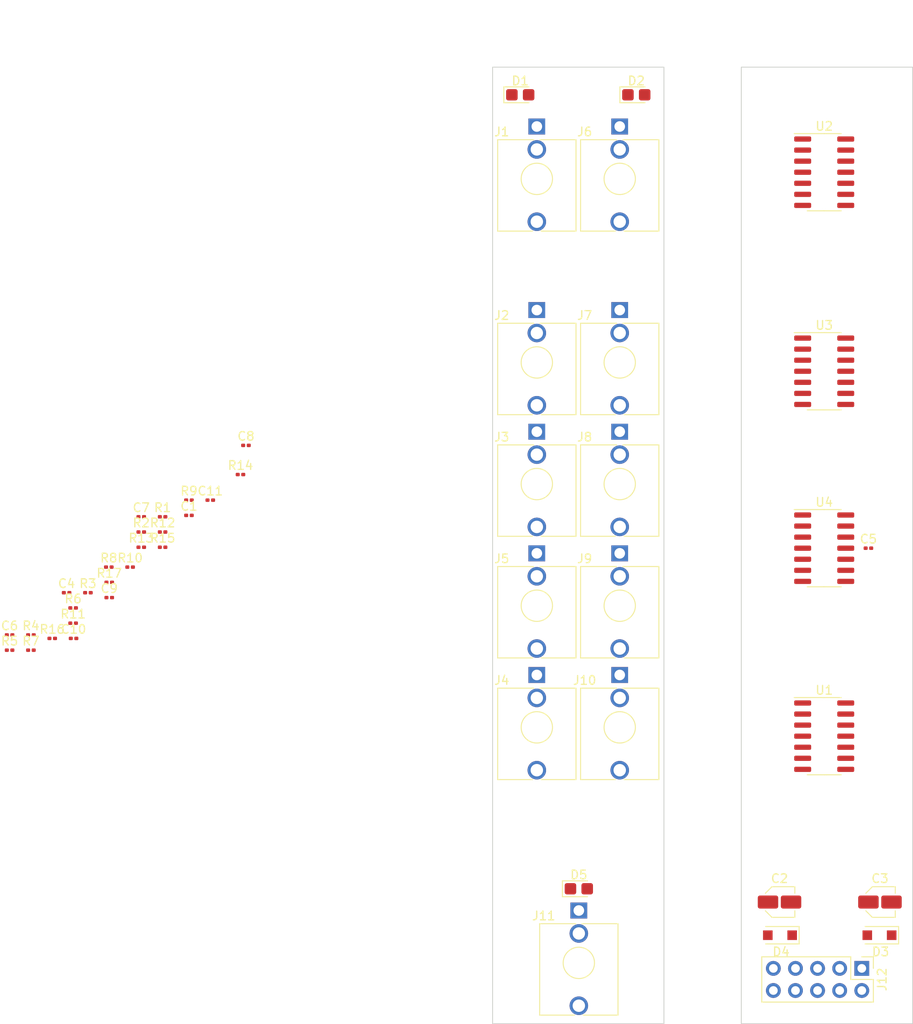
<source format=kicad_pcb>
(kicad_pcb (version 20171130) (host pcbnew "(5.1.6-0-10_14)")

  (general
    (thickness 1.6)
    (drawings 4)
    (tracks 0)
    (zones 0)
    (modules 49)
    (nets 49)
  )

  (page A4)
  (layers
    (0 F.Cu signal)
    (31 B.Cu signal)
    (32 B.Adhes user)
    (33 F.Adhes user)
    (34 B.Paste user)
    (35 F.Paste user)
    (36 B.SilkS user)
    (37 F.SilkS user)
    (38 B.Mask user)
    (39 F.Mask user)
    (40 Dwgs.User user)
    (41 Cmts.User user)
    (42 Eco1.User user)
    (43 Eco2.User user)
    (44 Edge.Cuts user)
    (45 Margin user)
    (46 B.CrtYd user)
    (47 F.CrtYd user)
    (48 B.Fab user hide)
    (49 F.Fab user hide)
  )

  (setup
    (last_trace_width 0.635)
    (user_trace_width 0.635)
    (trace_clearance 0.2)
    (zone_clearance 0.508)
    (zone_45_only no)
    (trace_min 0.2)
    (via_size 0.8)
    (via_drill 0.4)
    (via_min_size 0.4)
    (via_min_drill 0.3)
    (uvia_size 0.3)
    (uvia_drill 0.1)
    (uvias_allowed no)
    (uvia_min_size 0.2)
    (uvia_min_drill 0.1)
    (edge_width 0.05)
    (segment_width 0.2)
    (pcb_text_width 0.3)
    (pcb_text_size 1.5 1.5)
    (mod_edge_width 0.12)
    (mod_text_size 1 1)
    (mod_text_width 0.15)
    (pad_size 1.524 1.524)
    (pad_drill 0.762)
    (pad_to_mask_clearance 0.05)
    (aux_axis_origin 0 0)
    (visible_elements FFFFFF7F)
    (pcbplotparams
      (layerselection 0x010fc_ffffffff)
      (usegerberextensions false)
      (usegerberattributes true)
      (usegerberadvancedattributes true)
      (creategerberjobfile true)
      (excludeedgelayer true)
      (linewidth 0.100000)
      (plotframeref false)
      (viasonmask false)
      (mode 1)
      (useauxorigin false)
      (hpglpennumber 1)
      (hpglpenspeed 20)
      (hpglpendiameter 15.000000)
      (psnegative false)
      (psa4output false)
      (plotreference true)
      (plotvalue true)
      (plotinvisibletext false)
      (padsonsilk false)
      (subtractmaskfromsilk false)
      (outputformat 1)
      (mirror false)
      (drillshape 1)
      (scaleselection 1)
      (outputdirectory ""))
  )

  (net 0 "")
  (net 1 GND)
  (net 2 VCC)
  (net 3 VEE)
  (net 4 "Net-(D3-Pad2)")
  (net 5 "Net-(D4-Pad1)")
  (net 6 "Net-(J1-PadTN)")
  (net 7 IN_A)
  (net 8 "Net-(J2-PadTN)")
  (net 9 "Net-(J2-PadT)")
  (net 10 "Net-(J3-PadTN)")
  (net 11 "Net-(J3-PadT)")
  (net 12 "Net-(J4-PadTN)")
  (net 13 "Net-(J4-PadT)")
  (net 14 "Net-(J5-PadTN)")
  (net 15 "Net-(J5-PadT)")
  (net 16 IN_B)
  (net 17 "Net-(J7-PadTN)")
  (net 18 "Net-(J7-PadT)")
  (net 19 "Net-(J8-PadTN)")
  (net 20 "Net-(J8-PadT)")
  (net 21 "Net-(J9-PadTN)")
  (net 22 "Net-(J9-PadT)")
  (net 23 "Net-(J10-PadTN)")
  (net 24 "Net-(J10-PadT)")
  (net 25 "Net-(J11-PadTN)")
  (net 26 "Net-(J11-PadT)")
  (net 27 "Net-(R4-Pad2)")
  (net 28 "Net-(R5-Pad2)")
  (net 29 "Net-(R6-Pad2)")
  (net 30 "Net-(R7-Pad2)")
  (net 31 "Net-(R8-Pad2)")
  (net 32 "Net-(D1-Pad1)")
  (net 33 "Net-(R12-Pad2)")
  (net 34 "Net-(D2-Pad1)")
  (net 35 "Net-(R13-Pad1)")
  (net 36 "Net-(R14-Pad1)")
  (net 37 "Net-(R15-Pad1)")
  (net 38 "Net-(R16-Pad1)")
  (net 39 "Net-(C1-Pad2)")
  (net 40 "Net-(C1-Pad1)")
  (net 41 "Net-(R1-Pad1)")
  (net 42 "Net-(R3-Pad1)")
  (net 43 "Net-(R1-Pad2)")
  (net 44 "Net-(R2-Pad1)")
  (net 45 "Net-(J12-Pad3)")
  (net 46 "Net-(D5-Pad1)")
  (net 47 "Net-(R17-Pad2)")
  (net 48 "Net-(U4-Pad13)")

  (net_class Default "This is the default net class."
    (clearance 0.2)
    (trace_width 0.25)
    (via_dia 0.8)
    (via_drill 0.4)
    (uvia_dia 0.3)
    (uvia_drill 0.1)
    (add_net GND)
    (add_net IN_A)
    (add_net IN_B)
    (add_net "Net-(C1-Pad1)")
    (add_net "Net-(C1-Pad2)")
    (add_net "Net-(D1-Pad1)")
    (add_net "Net-(D2-Pad1)")
    (add_net "Net-(D3-Pad2)")
    (add_net "Net-(D4-Pad1)")
    (add_net "Net-(D5-Pad1)")
    (add_net "Net-(J1-PadTN)")
    (add_net "Net-(J10-PadT)")
    (add_net "Net-(J10-PadTN)")
    (add_net "Net-(J11-PadT)")
    (add_net "Net-(J11-PadTN)")
    (add_net "Net-(J12-Pad3)")
    (add_net "Net-(J2-PadT)")
    (add_net "Net-(J2-PadTN)")
    (add_net "Net-(J3-PadT)")
    (add_net "Net-(J3-PadTN)")
    (add_net "Net-(J4-PadT)")
    (add_net "Net-(J4-PadTN)")
    (add_net "Net-(J5-PadT)")
    (add_net "Net-(J5-PadTN)")
    (add_net "Net-(J7-PadT)")
    (add_net "Net-(J7-PadTN)")
    (add_net "Net-(J8-PadT)")
    (add_net "Net-(J8-PadTN)")
    (add_net "Net-(J9-PadT)")
    (add_net "Net-(J9-PadTN)")
    (add_net "Net-(R1-Pad1)")
    (add_net "Net-(R1-Pad2)")
    (add_net "Net-(R12-Pad2)")
    (add_net "Net-(R13-Pad1)")
    (add_net "Net-(R14-Pad1)")
    (add_net "Net-(R15-Pad1)")
    (add_net "Net-(R16-Pad1)")
    (add_net "Net-(R17-Pad2)")
    (add_net "Net-(R2-Pad1)")
    (add_net "Net-(R3-Pad1)")
    (add_net "Net-(R4-Pad2)")
    (add_net "Net-(R5-Pad2)")
    (add_net "Net-(R6-Pad2)")
    (add_net "Net-(R7-Pad2)")
    (add_net "Net-(R8-Pad2)")
    (add_net "Net-(U4-Pad13)")
    (add_net VCC)
    (add_net VEE)
  )

  (module Package_SO:SOIC-14_3.9x8.7mm_P1.27mm (layer F.Cu) (tedit 5D9F72B1) (tstamp 60341125)
    (at 189.23 86.36)
    (descr "SOIC, 14 Pin (JEDEC MS-012AB, https://www.analog.com/media/en/package-pcb-resources/package/pkg_pdf/soic_narrow-r/r_14.pdf), generated with kicad-footprint-generator ipc_gullwing_generator.py")
    (tags "SOIC SO")
    (path /60713C49)
    (attr smd)
    (fp_text reference U4 (at 0 -5.28) (layer F.SilkS)
      (effects (font (size 1 1) (thickness 0.15)))
    )
    (fp_text value TL074 (at 0 5.28) (layer F.Fab)
      (effects (font (size 1 1) (thickness 0.15)))
    )
    (fp_line (start 3.7 -4.58) (end -3.7 -4.58) (layer F.CrtYd) (width 0.05))
    (fp_line (start 3.7 4.58) (end 3.7 -4.58) (layer F.CrtYd) (width 0.05))
    (fp_line (start -3.7 4.58) (end 3.7 4.58) (layer F.CrtYd) (width 0.05))
    (fp_line (start -3.7 -4.58) (end -3.7 4.58) (layer F.CrtYd) (width 0.05))
    (fp_line (start -1.95 -3.35) (end -0.975 -4.325) (layer F.Fab) (width 0.1))
    (fp_line (start -1.95 4.325) (end -1.95 -3.35) (layer F.Fab) (width 0.1))
    (fp_line (start 1.95 4.325) (end -1.95 4.325) (layer F.Fab) (width 0.1))
    (fp_line (start 1.95 -4.325) (end 1.95 4.325) (layer F.Fab) (width 0.1))
    (fp_line (start -0.975 -4.325) (end 1.95 -4.325) (layer F.Fab) (width 0.1))
    (fp_line (start 0 -4.435) (end -3.45 -4.435) (layer F.SilkS) (width 0.12))
    (fp_line (start 0 -4.435) (end 1.95 -4.435) (layer F.SilkS) (width 0.12))
    (fp_line (start 0 4.435) (end -1.95 4.435) (layer F.SilkS) (width 0.12))
    (fp_line (start 0 4.435) (end 1.95 4.435) (layer F.SilkS) (width 0.12))
    (fp_text user %R (at 0 0) (layer F.Fab)
      (effects (font (size 0.98 0.98) (thickness 0.15)))
    )
    (pad 14 smd roundrect (at 2.475 -3.81) (size 1.95 0.6) (layers F.Cu F.Paste F.Mask) (roundrect_rratio 0.25)
      (net 48 "Net-(U4-Pad13)"))
    (pad 13 smd roundrect (at 2.475 -2.54) (size 1.95 0.6) (layers F.Cu F.Paste F.Mask) (roundrect_rratio 0.25)
      (net 48 "Net-(U4-Pad13)"))
    (pad 12 smd roundrect (at 2.475 -1.27) (size 1.95 0.6) (layers F.Cu F.Paste F.Mask) (roundrect_rratio 0.25)
      (net 1 GND))
    (pad 11 smd roundrect (at 2.475 0) (size 1.95 0.6) (layers F.Cu F.Paste F.Mask) (roundrect_rratio 0.25)
      (net 3 VEE))
    (pad 10 smd roundrect (at 2.475 1.27) (size 1.95 0.6) (layers F.Cu F.Paste F.Mask) (roundrect_rratio 0.25)
      (net 39 "Net-(C1-Pad2)"))
    (pad 9 smd roundrect (at 2.475 2.54) (size 1.95 0.6) (layers F.Cu F.Paste F.Mask) (roundrect_rratio 0.25)
      (net 47 "Net-(R17-Pad2)"))
    (pad 8 smd roundrect (at 2.475 3.81) (size 1.95 0.6) (layers F.Cu F.Paste F.Mask) (roundrect_rratio 0.25)
      (net 47 "Net-(R17-Pad2)"))
    (pad 7 smd roundrect (at -2.475 3.81) (size 1.95 0.6) (layers F.Cu F.Paste F.Mask) (roundrect_rratio 0.25)
      (net 33 "Net-(R12-Pad2)"))
    (pad 6 smd roundrect (at -2.475 2.54) (size 1.95 0.6) (layers F.Cu F.Paste F.Mask) (roundrect_rratio 0.25)
      (net 33 "Net-(R12-Pad2)"))
    (pad 5 smd roundrect (at -2.475 1.27) (size 1.95 0.6) (layers F.Cu F.Paste F.Mask) (roundrect_rratio 0.25)
      (net 16 IN_B))
    (pad 4 smd roundrect (at -2.475 0) (size 1.95 0.6) (layers F.Cu F.Paste F.Mask) (roundrect_rratio 0.25)
      (net 2 VCC))
    (pad 3 smd roundrect (at -2.475 -1.27) (size 1.95 0.6) (layers F.Cu F.Paste F.Mask) (roundrect_rratio 0.25)
      (net 7 IN_A))
    (pad 2 smd roundrect (at -2.475 -2.54) (size 1.95 0.6) (layers F.Cu F.Paste F.Mask) (roundrect_rratio 0.25)
      (net 31 "Net-(R8-Pad2)"))
    (pad 1 smd roundrect (at -2.475 -3.81) (size 1.95 0.6) (layers F.Cu F.Paste F.Mask) (roundrect_rratio 0.25)
      (net 31 "Net-(R8-Pad2)"))
    (model ${KISYS3DMOD}/Package_SO.3dshapes/SOIC-14_3.9x8.7mm_P1.27mm.wrl
      (at (xyz 0 0 0))
      (scale (xyz 1 1 1))
      (rotate (xyz 0 0 0))
    )
  )

  (module Package_SO:SOIC-14_3.9x8.7mm_P1.27mm (layer F.Cu) (tedit 5D9F72B1) (tstamp 60338CEC)
    (at 189.23 66.04)
    (descr "SOIC, 14 Pin (JEDEC MS-012AB, https://www.analog.com/media/en/package-pcb-resources/package/pkg_pdf/soic_narrow-r/r_14.pdf), generated with kicad-footprint-generator ipc_gullwing_generator.py")
    (tags "SOIC SO")
    (path /60367F4B)
    (attr smd)
    (fp_text reference U3 (at 0 -5.28) (layer F.SilkS)
      (effects (font (size 1 1) (thickness 0.15)))
    )
    (fp_text value TL074 (at 0 5.28) (layer F.Fab)
      (effects (font (size 1 1) (thickness 0.15)))
    )
    (fp_line (start 3.7 -4.58) (end -3.7 -4.58) (layer F.CrtYd) (width 0.05))
    (fp_line (start 3.7 4.58) (end 3.7 -4.58) (layer F.CrtYd) (width 0.05))
    (fp_line (start -3.7 4.58) (end 3.7 4.58) (layer F.CrtYd) (width 0.05))
    (fp_line (start -3.7 -4.58) (end -3.7 4.58) (layer F.CrtYd) (width 0.05))
    (fp_line (start -1.95 -3.35) (end -0.975 -4.325) (layer F.Fab) (width 0.1))
    (fp_line (start -1.95 4.325) (end -1.95 -3.35) (layer F.Fab) (width 0.1))
    (fp_line (start 1.95 4.325) (end -1.95 4.325) (layer F.Fab) (width 0.1))
    (fp_line (start 1.95 -4.325) (end 1.95 4.325) (layer F.Fab) (width 0.1))
    (fp_line (start -0.975 -4.325) (end 1.95 -4.325) (layer F.Fab) (width 0.1))
    (fp_line (start 0 -4.435) (end -3.45 -4.435) (layer F.SilkS) (width 0.12))
    (fp_line (start 0 -4.435) (end 1.95 -4.435) (layer F.SilkS) (width 0.12))
    (fp_line (start 0 4.435) (end -1.95 4.435) (layer F.SilkS) (width 0.12))
    (fp_line (start 0 4.435) (end 1.95 4.435) (layer F.SilkS) (width 0.12))
    (fp_text user %R (at 0 0) (layer F.Fab)
      (effects (font (size 0.98 0.98) (thickness 0.15)))
    )
    (pad 14 smd roundrect (at 2.475 -3.81) (size 1.95 0.6) (layers F.Cu F.Paste F.Mask) (roundrect_rratio 0.25)
      (net 38 "Net-(R16-Pad1)"))
    (pad 13 smd roundrect (at 2.475 -2.54) (size 1.95 0.6) (layers F.Cu F.Paste F.Mask) (roundrect_rratio 0.25)
      (net 38 "Net-(R16-Pad1)"))
    (pad 12 smd roundrect (at 2.475 -1.27) (size 1.95 0.6) (layers F.Cu F.Paste F.Mask) (roundrect_rratio 0.25)
      (net 16 IN_B))
    (pad 11 smd roundrect (at 2.475 0) (size 1.95 0.6) (layers F.Cu F.Paste F.Mask) (roundrect_rratio 0.25)
      (net 3 VEE))
    (pad 10 smd roundrect (at 2.475 1.27) (size 1.95 0.6) (layers F.Cu F.Paste F.Mask) (roundrect_rratio 0.25)
      (net 16 IN_B))
    (pad 9 smd roundrect (at 2.475 2.54) (size 1.95 0.6) (layers F.Cu F.Paste F.Mask) (roundrect_rratio 0.25)
      (net 37 "Net-(R15-Pad1)"))
    (pad 8 smd roundrect (at 2.475 3.81) (size 1.95 0.6) (layers F.Cu F.Paste F.Mask) (roundrect_rratio 0.25)
      (net 37 "Net-(R15-Pad1)"))
    (pad 7 smd roundrect (at -2.475 3.81) (size 1.95 0.6) (layers F.Cu F.Paste F.Mask) (roundrect_rratio 0.25)
      (net 36 "Net-(R14-Pad1)"))
    (pad 6 smd roundrect (at -2.475 2.54) (size 1.95 0.6) (layers F.Cu F.Paste F.Mask) (roundrect_rratio 0.25)
      (net 36 "Net-(R14-Pad1)"))
    (pad 5 smd roundrect (at -2.475 1.27) (size 1.95 0.6) (layers F.Cu F.Paste F.Mask) (roundrect_rratio 0.25)
      (net 16 IN_B))
    (pad 4 smd roundrect (at -2.475 0) (size 1.95 0.6) (layers F.Cu F.Paste F.Mask) (roundrect_rratio 0.25)
      (net 2 VCC))
    (pad 3 smd roundrect (at -2.475 -1.27) (size 1.95 0.6) (layers F.Cu F.Paste F.Mask) (roundrect_rratio 0.25)
      (net 16 IN_B))
    (pad 2 smd roundrect (at -2.475 -2.54) (size 1.95 0.6) (layers F.Cu F.Paste F.Mask) (roundrect_rratio 0.25)
      (net 35 "Net-(R13-Pad1)"))
    (pad 1 smd roundrect (at -2.475 -3.81) (size 1.95 0.6) (layers F.Cu F.Paste F.Mask) (roundrect_rratio 0.25)
      (net 35 "Net-(R13-Pad1)"))
    (model ${KISYS3DMOD}/Package_SO.3dshapes/SOIC-14_3.9x8.7mm_P1.27mm.wrl
      (at (xyz 0 0 0))
      (scale (xyz 1 1 1))
      (rotate (xyz 0 0 0))
    )
  )

  (module Package_SO:SOIC-14_3.9x8.7mm_P1.27mm (layer F.Cu) (tedit 5D9F72B1) (tstamp 60338CCC)
    (at 189.23 43.18)
    (descr "SOIC, 14 Pin (JEDEC MS-012AB, https://www.analog.com/media/en/package-pcb-resources/package/pkg_pdf/soic_narrow-r/r_14.pdf), generated with kicad-footprint-generator ipc_gullwing_generator.py")
    (tags "SOIC SO")
    (path /603417E9)
    (attr smd)
    (fp_text reference U2 (at 0 -5.28) (layer F.SilkS)
      (effects (font (size 1 1) (thickness 0.15)))
    )
    (fp_text value TL074 (at 0 5.28) (layer F.Fab)
      (effects (font (size 1 1) (thickness 0.15)))
    )
    (fp_line (start 3.7 -4.58) (end -3.7 -4.58) (layer F.CrtYd) (width 0.05))
    (fp_line (start 3.7 4.58) (end 3.7 -4.58) (layer F.CrtYd) (width 0.05))
    (fp_line (start -3.7 4.58) (end 3.7 4.58) (layer F.CrtYd) (width 0.05))
    (fp_line (start -3.7 -4.58) (end -3.7 4.58) (layer F.CrtYd) (width 0.05))
    (fp_line (start -1.95 -3.35) (end -0.975 -4.325) (layer F.Fab) (width 0.1))
    (fp_line (start -1.95 4.325) (end -1.95 -3.35) (layer F.Fab) (width 0.1))
    (fp_line (start 1.95 4.325) (end -1.95 4.325) (layer F.Fab) (width 0.1))
    (fp_line (start 1.95 -4.325) (end 1.95 4.325) (layer F.Fab) (width 0.1))
    (fp_line (start -0.975 -4.325) (end 1.95 -4.325) (layer F.Fab) (width 0.1))
    (fp_line (start 0 -4.435) (end -3.45 -4.435) (layer F.SilkS) (width 0.12))
    (fp_line (start 0 -4.435) (end 1.95 -4.435) (layer F.SilkS) (width 0.12))
    (fp_line (start 0 4.435) (end -1.95 4.435) (layer F.SilkS) (width 0.12))
    (fp_line (start 0 4.435) (end 1.95 4.435) (layer F.SilkS) (width 0.12))
    (fp_text user %R (at 0 0) (layer F.Fab)
      (effects (font (size 0.98 0.98) (thickness 0.15)))
    )
    (pad 14 smd roundrect (at 2.475 -3.81) (size 1.95 0.6) (layers F.Cu F.Paste F.Mask) (roundrect_rratio 0.25)
      (net 30 "Net-(R7-Pad2)"))
    (pad 13 smd roundrect (at 2.475 -2.54) (size 1.95 0.6) (layers F.Cu F.Paste F.Mask) (roundrect_rratio 0.25)
      (net 30 "Net-(R7-Pad2)"))
    (pad 12 smd roundrect (at 2.475 -1.27) (size 1.95 0.6) (layers F.Cu F.Paste F.Mask) (roundrect_rratio 0.25)
      (net 7 IN_A))
    (pad 11 smd roundrect (at 2.475 0) (size 1.95 0.6) (layers F.Cu F.Paste F.Mask) (roundrect_rratio 0.25)
      (net 3 VEE))
    (pad 10 smd roundrect (at 2.475 1.27) (size 1.95 0.6) (layers F.Cu F.Paste F.Mask) (roundrect_rratio 0.25)
      (net 7 IN_A))
    (pad 9 smd roundrect (at 2.475 2.54) (size 1.95 0.6) (layers F.Cu F.Paste F.Mask) (roundrect_rratio 0.25)
      (net 29 "Net-(R6-Pad2)"))
    (pad 8 smd roundrect (at 2.475 3.81) (size 1.95 0.6) (layers F.Cu F.Paste F.Mask) (roundrect_rratio 0.25)
      (net 29 "Net-(R6-Pad2)"))
    (pad 7 smd roundrect (at -2.475 3.81) (size 1.95 0.6) (layers F.Cu F.Paste F.Mask) (roundrect_rratio 0.25)
      (net 28 "Net-(R5-Pad2)"))
    (pad 6 smd roundrect (at -2.475 2.54) (size 1.95 0.6) (layers F.Cu F.Paste F.Mask) (roundrect_rratio 0.25)
      (net 28 "Net-(R5-Pad2)"))
    (pad 5 smd roundrect (at -2.475 1.27) (size 1.95 0.6) (layers F.Cu F.Paste F.Mask) (roundrect_rratio 0.25)
      (net 7 IN_A))
    (pad 4 smd roundrect (at -2.475 0) (size 1.95 0.6) (layers F.Cu F.Paste F.Mask) (roundrect_rratio 0.25)
      (net 2 VCC))
    (pad 3 smd roundrect (at -2.475 -1.27) (size 1.95 0.6) (layers F.Cu F.Paste F.Mask) (roundrect_rratio 0.25)
      (net 7 IN_A))
    (pad 2 smd roundrect (at -2.475 -2.54) (size 1.95 0.6) (layers F.Cu F.Paste F.Mask) (roundrect_rratio 0.25)
      (net 27 "Net-(R4-Pad2)"))
    (pad 1 smd roundrect (at -2.475 -3.81) (size 1.95 0.6) (layers F.Cu F.Paste F.Mask) (roundrect_rratio 0.25)
      (net 27 "Net-(R4-Pad2)"))
    (model ${KISYS3DMOD}/Package_SO.3dshapes/SOIC-14_3.9x8.7mm_P1.27mm.wrl
      (at (xyz 0 0 0))
      (scale (xyz 1 1 1))
      (rotate (xyz 0 0 0))
    )
  )

  (module Package_SO:SOIC-14_3.9x8.7mm_P1.27mm (layer F.Cu) (tedit 5D9F72B1) (tstamp 60338CAC)
    (at 189.23 107.95)
    (descr "SOIC, 14 Pin (JEDEC MS-012AB, https://www.analog.com/media/en/package-pcb-resources/package/pkg_pdf/soic_narrow-r/r_14.pdf), generated with kicad-footprint-generator ipc_gullwing_generator.py")
    (tags "SOIC SO")
    (path /6039BE9A)
    (attr smd)
    (fp_text reference U1 (at 0 -5.28) (layer F.SilkS)
      (effects (font (size 1 1) (thickness 0.15)))
    )
    (fp_text value TL074 (at 0 5.28) (layer F.Fab)
      (effects (font (size 1 1) (thickness 0.15)))
    )
    (fp_line (start 3.7 -4.58) (end -3.7 -4.58) (layer F.CrtYd) (width 0.05))
    (fp_line (start 3.7 4.58) (end 3.7 -4.58) (layer F.CrtYd) (width 0.05))
    (fp_line (start -3.7 4.58) (end 3.7 4.58) (layer F.CrtYd) (width 0.05))
    (fp_line (start -3.7 -4.58) (end -3.7 4.58) (layer F.CrtYd) (width 0.05))
    (fp_line (start -1.95 -3.35) (end -0.975 -4.325) (layer F.Fab) (width 0.1))
    (fp_line (start -1.95 4.325) (end -1.95 -3.35) (layer F.Fab) (width 0.1))
    (fp_line (start 1.95 4.325) (end -1.95 4.325) (layer F.Fab) (width 0.1))
    (fp_line (start 1.95 -4.325) (end 1.95 4.325) (layer F.Fab) (width 0.1))
    (fp_line (start -0.975 -4.325) (end 1.95 -4.325) (layer F.Fab) (width 0.1))
    (fp_line (start 0 -4.435) (end -3.45 -4.435) (layer F.SilkS) (width 0.12))
    (fp_line (start 0 -4.435) (end 1.95 -4.435) (layer F.SilkS) (width 0.12))
    (fp_line (start 0 4.435) (end -1.95 4.435) (layer F.SilkS) (width 0.12))
    (fp_line (start 0 4.435) (end 1.95 4.435) (layer F.SilkS) (width 0.12))
    (fp_text user %R (at 0 0) (layer F.Fab)
      (effects (font (size 0.98 0.98) (thickness 0.15)))
    )
    (pad 14 smd roundrect (at 2.475 -3.81) (size 1.95 0.6) (layers F.Cu F.Paste F.Mask) (roundrect_rratio 0.25)
      (net 39 "Net-(C1-Pad2)"))
    (pad 13 smd roundrect (at 2.475 -2.54) (size 1.95 0.6) (layers F.Cu F.Paste F.Mask) (roundrect_rratio 0.25)
      (net 40 "Net-(C1-Pad1)"))
    (pad 12 smd roundrect (at 2.475 -1.27) (size 1.95 0.6) (layers F.Cu F.Paste F.Mask) (roundrect_rratio 0.25)
      (net 1 GND))
    (pad 11 smd roundrect (at 2.475 0) (size 1.95 0.6) (layers F.Cu F.Paste F.Mask) (roundrect_rratio 0.25)
      (net 3 VEE))
    (pad 10 smd roundrect (at 2.475 1.27) (size 1.95 0.6) (layers F.Cu F.Paste F.Mask) (roundrect_rratio 0.25)
      (net 1 GND))
    (pad 9 smd roundrect (at 2.475 2.54) (size 1.95 0.6) (layers F.Cu F.Paste F.Mask) (roundrect_rratio 0.25)
      (net 41 "Net-(R1-Pad1)"))
    (pad 8 smd roundrect (at 2.475 3.81) (size 1.95 0.6) (layers F.Cu F.Paste F.Mask) (roundrect_rratio 0.25)
      (net 42 "Net-(R3-Pad1)"))
    (pad 7 smd roundrect (at -2.475 3.81) (size 1.95 0.6) (layers F.Cu F.Paste F.Mask) (roundrect_rratio 0.25)
      (net 43 "Net-(R1-Pad2)"))
    (pad 6 smd roundrect (at -2.475 2.54) (size 1.95 0.6) (layers F.Cu F.Paste F.Mask) (roundrect_rratio 0.25)
      (net 43 "Net-(R1-Pad2)"))
    (pad 5 smd roundrect (at -2.475 1.27) (size 1.95 0.6) (layers F.Cu F.Paste F.Mask) (roundrect_rratio 0.25)
      (net 7 IN_A))
    (pad 4 smd roundrect (at -2.475 0) (size 1.95 0.6) (layers F.Cu F.Paste F.Mask) (roundrect_rratio 0.25)
      (net 2 VCC))
    (pad 3 smd roundrect (at -2.475 -1.27) (size 1.95 0.6) (layers F.Cu F.Paste F.Mask) (roundrect_rratio 0.25)
      (net 16 IN_B))
    (pad 2 smd roundrect (at -2.475 -2.54) (size 1.95 0.6) (layers F.Cu F.Paste F.Mask) (roundrect_rratio 0.25)
      (net 44 "Net-(R2-Pad1)"))
    (pad 1 smd roundrect (at -2.475 -3.81) (size 1.95 0.6) (layers F.Cu F.Paste F.Mask) (roundrect_rratio 0.25)
      (net 44 "Net-(R2-Pad1)"))
    (model ${KISYS3DMOD}/Package_SO.3dshapes/SOIC-14_3.9x8.7mm_P1.27mm.wrl
      (at (xyz 0 0 0))
      (scale (xyz 1 1 1))
      (rotate (xyz 0 0 0))
    )
  )

  (module Resistor_SMD:R_0201_0603Metric (layer F.Cu) (tedit 5F68FEEE) (tstamp 60338C8C)
    (at 107.081001 90.283001)
    (descr "Resistor SMD 0201 (0603 Metric), square (rectangular) end terminal, IPC_7351 nominal, (Body size source: https://www.vishay.com/docs/20052/crcw0201e3.pdf), generated with kicad-footprint-generator")
    (tags resistor)
    (path /6078FACE)
    (attr smd)
    (fp_text reference R17 (at 0 -1.05) (layer F.SilkS)
      (effects (font (size 1 1) (thickness 0.15)))
    )
    (fp_text value 330 (at 0 1.05) (layer F.Fab)
      (effects (font (size 1 1) (thickness 0.15)))
    )
    (fp_line (start 0.7 0.35) (end -0.7 0.35) (layer F.CrtYd) (width 0.05))
    (fp_line (start 0.7 -0.35) (end 0.7 0.35) (layer F.CrtYd) (width 0.05))
    (fp_line (start -0.7 -0.35) (end 0.7 -0.35) (layer F.CrtYd) (width 0.05))
    (fp_line (start -0.7 0.35) (end -0.7 -0.35) (layer F.CrtYd) (width 0.05))
    (fp_line (start 0.3 0.15) (end -0.3 0.15) (layer F.Fab) (width 0.1))
    (fp_line (start 0.3 -0.15) (end 0.3 0.15) (layer F.Fab) (width 0.1))
    (fp_line (start -0.3 -0.15) (end 0.3 -0.15) (layer F.Fab) (width 0.1))
    (fp_line (start -0.3 0.15) (end -0.3 -0.15) (layer F.Fab) (width 0.1))
    (fp_text user %R (at 0 -0.68) (layer F.Fab)
      (effects (font (size 0.25 0.25) (thickness 0.04)))
    )
    (pad 2 smd roundrect (at 0.32 0) (size 0.46 0.4) (layers F.Cu F.Mask) (roundrect_rratio 0.25)
      (net 47 "Net-(R17-Pad2)"))
    (pad 1 smd roundrect (at -0.32 0) (size 0.46 0.4) (layers F.Cu F.Mask) (roundrect_rratio 0.25)
      (net 46 "Net-(D5-Pad1)"))
    (pad "" smd roundrect (at 0.345 0) (size 0.318 0.36) (layers F.Paste) (roundrect_rratio 0.25))
    (pad "" smd roundrect (at -0.345 0) (size 0.318 0.36) (layers F.Paste) (roundrect_rratio 0.25))
    (model ${KISYS3DMOD}/Resistor_SMD.3dshapes/R_0201_0603Metric.wrl
      (at (xyz 0 0 0))
      (scale (xyz 1 1 1))
      (rotate (xyz 0 0 0))
    )
  )

  (module Resistor_SMD:R_0201_0603Metric (layer F.Cu) (tedit 5F68FEEE) (tstamp 60338C7B)
    (at 100.531001 96.723001)
    (descr "Resistor SMD 0201 (0603 Metric), square (rectangular) end terminal, IPC_7351 nominal, (Body size source: https://www.vishay.com/docs/20052/crcw0201e3.pdf), generated with kicad-footprint-generator")
    (tags resistor)
    (path /606B4AEE)
    (attr smd)
    (fp_text reference R16 (at 0 -1.05) (layer F.SilkS)
      (effects (font (size 1 1) (thickness 0.15)))
    )
    (fp_text value 100 (at 0 1.05) (layer F.Fab)
      (effects (font (size 1 1) (thickness 0.15)))
    )
    (fp_line (start 0.7 0.35) (end -0.7 0.35) (layer F.CrtYd) (width 0.05))
    (fp_line (start 0.7 -0.35) (end 0.7 0.35) (layer F.CrtYd) (width 0.05))
    (fp_line (start -0.7 -0.35) (end 0.7 -0.35) (layer F.CrtYd) (width 0.05))
    (fp_line (start -0.7 0.35) (end -0.7 -0.35) (layer F.CrtYd) (width 0.05))
    (fp_line (start 0.3 0.15) (end -0.3 0.15) (layer F.Fab) (width 0.1))
    (fp_line (start 0.3 -0.15) (end 0.3 0.15) (layer F.Fab) (width 0.1))
    (fp_line (start -0.3 -0.15) (end 0.3 -0.15) (layer F.Fab) (width 0.1))
    (fp_line (start -0.3 0.15) (end -0.3 -0.15) (layer F.Fab) (width 0.1))
    (fp_text user %R (at 0 -0.68) (layer F.Fab)
      (effects (font (size 0.25 0.25) (thickness 0.04)))
    )
    (pad 2 smd roundrect (at 0.32 0) (size 0.46 0.4) (layers F.Cu F.Mask) (roundrect_rratio 0.25)
      (net 24 "Net-(J10-PadT)"))
    (pad 1 smd roundrect (at -0.32 0) (size 0.46 0.4) (layers F.Cu F.Mask) (roundrect_rratio 0.25)
      (net 38 "Net-(R16-Pad1)"))
    (pad "" smd roundrect (at 0.345 0) (size 0.318 0.36) (layers F.Paste) (roundrect_rratio 0.25))
    (pad "" smd roundrect (at -0.345 0) (size 0.318 0.36) (layers F.Paste) (roundrect_rratio 0.25))
    (model ${KISYS3DMOD}/Resistor_SMD.3dshapes/R_0201_0603Metric.wrl
      (at (xyz 0 0 0))
      (scale (xyz 1 1 1))
      (rotate (xyz 0 0 0))
    )
  )

  (module Resistor_SMD:R_0201_0603Metric (layer F.Cu) (tedit 5F68FEEE) (tstamp 60338C6A)
    (at 113.211001 86.253001)
    (descr "Resistor SMD 0201 (0603 Metric), square (rectangular) end terminal, IPC_7351 nominal, (Body size source: https://www.vishay.com/docs/20052/crcw0201e3.pdf), generated with kicad-footprint-generator")
    (tags resistor)
    (path /606B4AE8)
    (attr smd)
    (fp_text reference R15 (at 0 -1.05) (layer F.SilkS)
      (effects (font (size 1 1) (thickness 0.15)))
    )
    (fp_text value 100 (at 0 1.05) (layer F.Fab)
      (effects (font (size 1 1) (thickness 0.15)))
    )
    (fp_line (start 0.7 0.35) (end -0.7 0.35) (layer F.CrtYd) (width 0.05))
    (fp_line (start 0.7 -0.35) (end 0.7 0.35) (layer F.CrtYd) (width 0.05))
    (fp_line (start -0.7 -0.35) (end 0.7 -0.35) (layer F.CrtYd) (width 0.05))
    (fp_line (start -0.7 0.35) (end -0.7 -0.35) (layer F.CrtYd) (width 0.05))
    (fp_line (start 0.3 0.15) (end -0.3 0.15) (layer F.Fab) (width 0.1))
    (fp_line (start 0.3 -0.15) (end 0.3 0.15) (layer F.Fab) (width 0.1))
    (fp_line (start -0.3 -0.15) (end 0.3 -0.15) (layer F.Fab) (width 0.1))
    (fp_line (start -0.3 0.15) (end -0.3 -0.15) (layer F.Fab) (width 0.1))
    (fp_text user %R (at 0 -0.68) (layer F.Fab)
      (effects (font (size 0.25 0.25) (thickness 0.04)))
    )
    (pad 2 smd roundrect (at 0.32 0) (size 0.46 0.4) (layers F.Cu F.Mask) (roundrect_rratio 0.25)
      (net 22 "Net-(J9-PadT)"))
    (pad 1 smd roundrect (at -0.32 0) (size 0.46 0.4) (layers F.Cu F.Mask) (roundrect_rratio 0.25)
      (net 37 "Net-(R15-Pad1)"))
    (pad "" smd roundrect (at 0.345 0) (size 0.318 0.36) (layers F.Paste) (roundrect_rratio 0.25))
    (pad "" smd roundrect (at -0.345 0) (size 0.318 0.36) (layers F.Paste) (roundrect_rratio 0.25))
    (model ${KISYS3DMOD}/Resistor_SMD.3dshapes/R_0201_0603Metric.wrl
      (at (xyz 0 0 0))
      (scale (xyz 1 1 1))
      (rotate (xyz 0 0 0))
    )
  )

  (module Resistor_SMD:R_0201_0603Metric (layer F.Cu) (tedit 5F68FEEE) (tstamp 60338C59)
    (at 122.161001 77.903001)
    (descr "Resistor SMD 0201 (0603 Metric), square (rectangular) end terminal, IPC_7351 nominal, (Body size source: https://www.vishay.com/docs/20052/crcw0201e3.pdf), generated with kicad-footprint-generator")
    (tags resistor)
    (path /606B4AE2)
    (attr smd)
    (fp_text reference R14 (at 0 -1.05) (layer F.SilkS)
      (effects (font (size 1 1) (thickness 0.15)))
    )
    (fp_text value 100 (at 0 1.05) (layer F.Fab)
      (effects (font (size 1 1) (thickness 0.15)))
    )
    (fp_line (start 0.7 0.35) (end -0.7 0.35) (layer F.CrtYd) (width 0.05))
    (fp_line (start 0.7 -0.35) (end 0.7 0.35) (layer F.CrtYd) (width 0.05))
    (fp_line (start -0.7 -0.35) (end 0.7 -0.35) (layer F.CrtYd) (width 0.05))
    (fp_line (start -0.7 0.35) (end -0.7 -0.35) (layer F.CrtYd) (width 0.05))
    (fp_line (start 0.3 0.15) (end -0.3 0.15) (layer F.Fab) (width 0.1))
    (fp_line (start 0.3 -0.15) (end 0.3 0.15) (layer F.Fab) (width 0.1))
    (fp_line (start -0.3 -0.15) (end 0.3 -0.15) (layer F.Fab) (width 0.1))
    (fp_line (start -0.3 0.15) (end -0.3 -0.15) (layer F.Fab) (width 0.1))
    (fp_text user %R (at 0 -0.68) (layer F.Fab)
      (effects (font (size 0.25 0.25) (thickness 0.04)))
    )
    (pad 2 smd roundrect (at 0.32 0) (size 0.46 0.4) (layers F.Cu F.Mask) (roundrect_rratio 0.25)
      (net 20 "Net-(J8-PadT)"))
    (pad 1 smd roundrect (at -0.32 0) (size 0.46 0.4) (layers F.Cu F.Mask) (roundrect_rratio 0.25)
      (net 36 "Net-(R14-Pad1)"))
    (pad "" smd roundrect (at 0.345 0) (size 0.318 0.36) (layers F.Paste) (roundrect_rratio 0.25))
    (pad "" smd roundrect (at -0.345 0) (size 0.318 0.36) (layers F.Paste) (roundrect_rratio 0.25))
    (model ${KISYS3DMOD}/Resistor_SMD.3dshapes/R_0201_0603Metric.wrl
      (at (xyz 0 0 0))
      (scale (xyz 1 1 1))
      (rotate (xyz 0 0 0))
    )
  )

  (module Resistor_SMD:R_0201_0603Metric (layer F.Cu) (tedit 5F68FEEE) (tstamp 60338C48)
    (at 110.761001 86.253001)
    (descr "Resistor SMD 0201 (0603 Metric), square (rectangular) end terminal, IPC_7351 nominal, (Body size source: https://www.vishay.com/docs/20052/crcw0201e3.pdf), generated with kicad-footprint-generator")
    (tags resistor)
    (path /606B4ADC)
    (attr smd)
    (fp_text reference R13 (at 0 -1.05) (layer F.SilkS)
      (effects (font (size 1 1) (thickness 0.15)))
    )
    (fp_text value 100 (at 0 1.05) (layer F.Fab)
      (effects (font (size 1 1) (thickness 0.15)))
    )
    (fp_line (start 0.7 0.35) (end -0.7 0.35) (layer F.CrtYd) (width 0.05))
    (fp_line (start 0.7 -0.35) (end 0.7 0.35) (layer F.CrtYd) (width 0.05))
    (fp_line (start -0.7 -0.35) (end 0.7 -0.35) (layer F.CrtYd) (width 0.05))
    (fp_line (start -0.7 0.35) (end -0.7 -0.35) (layer F.CrtYd) (width 0.05))
    (fp_line (start 0.3 0.15) (end -0.3 0.15) (layer F.Fab) (width 0.1))
    (fp_line (start 0.3 -0.15) (end 0.3 0.15) (layer F.Fab) (width 0.1))
    (fp_line (start -0.3 -0.15) (end 0.3 -0.15) (layer F.Fab) (width 0.1))
    (fp_line (start -0.3 0.15) (end -0.3 -0.15) (layer F.Fab) (width 0.1))
    (fp_text user %R (at 0 -0.68) (layer F.Fab)
      (effects (font (size 0.25 0.25) (thickness 0.04)))
    )
    (pad 2 smd roundrect (at 0.32 0) (size 0.46 0.4) (layers F.Cu F.Mask) (roundrect_rratio 0.25)
      (net 18 "Net-(J7-PadT)"))
    (pad 1 smd roundrect (at -0.32 0) (size 0.46 0.4) (layers F.Cu F.Mask) (roundrect_rratio 0.25)
      (net 35 "Net-(R13-Pad1)"))
    (pad "" smd roundrect (at 0.345 0) (size 0.318 0.36) (layers F.Paste) (roundrect_rratio 0.25))
    (pad "" smd roundrect (at -0.345 0) (size 0.318 0.36) (layers F.Paste) (roundrect_rratio 0.25))
    (model ${KISYS3DMOD}/Resistor_SMD.3dshapes/R_0201_0603Metric.wrl
      (at (xyz 0 0 0))
      (scale (xyz 1 1 1))
      (rotate (xyz 0 0 0))
    )
  )

  (module Resistor_SMD:R_0201_0603Metric (layer F.Cu) (tedit 5F68FEEE) (tstamp 60338C37)
    (at 113.211001 84.503001)
    (descr "Resistor SMD 0201 (0603 Metric), square (rectangular) end terminal, IPC_7351 nominal, (Body size source: https://www.vishay.com/docs/20052/crcw0201e3.pdf), generated with kicad-footprint-generator")
    (tags resistor)
    (path /6060D0F7)
    (attr smd)
    (fp_text reference R12 (at 0 -1.05) (layer F.SilkS)
      (effects (font (size 1 1) (thickness 0.15)))
    )
    (fp_text value 330 (at 0 1.05) (layer F.Fab)
      (effects (font (size 1 1) (thickness 0.15)))
    )
    (fp_line (start 0.7 0.35) (end -0.7 0.35) (layer F.CrtYd) (width 0.05))
    (fp_line (start 0.7 -0.35) (end 0.7 0.35) (layer F.CrtYd) (width 0.05))
    (fp_line (start -0.7 -0.35) (end 0.7 -0.35) (layer F.CrtYd) (width 0.05))
    (fp_line (start -0.7 0.35) (end -0.7 -0.35) (layer F.CrtYd) (width 0.05))
    (fp_line (start 0.3 0.15) (end -0.3 0.15) (layer F.Fab) (width 0.1))
    (fp_line (start 0.3 -0.15) (end 0.3 0.15) (layer F.Fab) (width 0.1))
    (fp_line (start -0.3 -0.15) (end 0.3 -0.15) (layer F.Fab) (width 0.1))
    (fp_line (start -0.3 0.15) (end -0.3 -0.15) (layer F.Fab) (width 0.1))
    (fp_text user %R (at 0 -0.68) (layer F.Fab)
      (effects (font (size 0.25 0.25) (thickness 0.04)))
    )
    (pad 2 smd roundrect (at 0.32 0) (size 0.46 0.4) (layers F.Cu F.Mask) (roundrect_rratio 0.25)
      (net 33 "Net-(R12-Pad2)"))
    (pad 1 smd roundrect (at -0.32 0) (size 0.46 0.4) (layers F.Cu F.Mask) (roundrect_rratio 0.25)
      (net 34 "Net-(D2-Pad1)"))
    (pad "" smd roundrect (at 0.345 0) (size 0.318 0.36) (layers F.Paste) (roundrect_rratio 0.25))
    (pad "" smd roundrect (at -0.345 0) (size 0.318 0.36) (layers F.Paste) (roundrect_rratio 0.25))
    (model ${KISYS3DMOD}/Resistor_SMD.3dshapes/R_0201_0603Metric.wrl
      (at (xyz 0 0 0))
      (scale (xyz 1 1 1))
      (rotate (xyz 0 0 0))
    )
  )

  (module Resistor_SMD:R_0201_0603Metric (layer F.Cu) (tedit 5F68FEEE) (tstamp 60338C26)
    (at 102.931001 94.973001)
    (descr "Resistor SMD 0201 (0603 Metric), square (rectangular) end terminal, IPC_7351 nominal, (Body size source: https://www.vishay.com/docs/20052/crcw0201e3.pdf), generated with kicad-footprint-generator")
    (tags resistor)
    (path /6048DBC7)
    (attr smd)
    (fp_text reference R11 (at 0 -1.05) (layer F.SilkS)
      (effects (font (size 1 1) (thickness 0.15)))
    )
    (fp_text value 51 (at 0 1.05) (layer F.Fab)
      (effects (font (size 1 1) (thickness 0.15)))
    )
    (fp_line (start 0.7 0.35) (end -0.7 0.35) (layer F.CrtYd) (width 0.05))
    (fp_line (start 0.7 -0.35) (end 0.7 0.35) (layer F.CrtYd) (width 0.05))
    (fp_line (start -0.7 -0.35) (end 0.7 -0.35) (layer F.CrtYd) (width 0.05))
    (fp_line (start -0.7 0.35) (end -0.7 -0.35) (layer F.CrtYd) (width 0.05))
    (fp_line (start 0.3 0.15) (end -0.3 0.15) (layer F.Fab) (width 0.1))
    (fp_line (start 0.3 -0.15) (end 0.3 0.15) (layer F.Fab) (width 0.1))
    (fp_line (start -0.3 -0.15) (end 0.3 -0.15) (layer F.Fab) (width 0.1))
    (fp_line (start -0.3 0.15) (end -0.3 -0.15) (layer F.Fab) (width 0.1))
    (fp_text user %R (at 0 -0.68) (layer F.Fab)
      (effects (font (size 0.25 0.25) (thickness 0.04)))
    )
    (pad 2 smd roundrect (at 0.32 0) (size 0.46 0.4) (layers F.Cu F.Mask) (roundrect_rratio 0.25)
      (net 26 "Net-(J11-PadT)"))
    (pad 1 smd roundrect (at -0.32 0) (size 0.46 0.4) (layers F.Cu F.Mask) (roundrect_rratio 0.25)
      (net 39 "Net-(C1-Pad2)"))
    (pad "" smd roundrect (at 0.345 0) (size 0.318 0.36) (layers F.Paste) (roundrect_rratio 0.25))
    (pad "" smd roundrect (at -0.345 0) (size 0.318 0.36) (layers F.Paste) (roundrect_rratio 0.25))
    (model ${KISYS3DMOD}/Resistor_SMD.3dshapes/R_0201_0603Metric.wrl
      (at (xyz 0 0 0))
      (scale (xyz 1 1 1))
      (rotate (xyz 0 0 0))
    )
  )

  (module Resistor_SMD:R_0201_0603Metric (layer F.Cu) (tedit 5F68FEEE) (tstamp 60338C15)
    (at 109.481001 88.533001)
    (descr "Resistor SMD 0201 (0603 Metric), square (rectangular) end terminal, IPC_7351 nominal, (Body size source: https://www.vishay.com/docs/20052/crcw0201e3.pdf), generated with kicad-footprint-generator")
    (tags resistor)
    (path /6042A0D9)
    (attr smd)
    (fp_text reference R10 (at 0 -1.05) (layer F.SilkS)
      (effects (font (size 1 1) (thickness 0.15)))
    )
    (fp_text value 100k (at 0 1.05) (layer F.Fab)
      (effects (font (size 1 1) (thickness 0.15)))
    )
    (fp_line (start 0.7 0.35) (end -0.7 0.35) (layer F.CrtYd) (width 0.05))
    (fp_line (start 0.7 -0.35) (end 0.7 0.35) (layer F.CrtYd) (width 0.05))
    (fp_line (start -0.7 -0.35) (end 0.7 -0.35) (layer F.CrtYd) (width 0.05))
    (fp_line (start -0.7 0.35) (end -0.7 -0.35) (layer F.CrtYd) (width 0.05))
    (fp_line (start 0.3 0.15) (end -0.3 0.15) (layer F.Fab) (width 0.1))
    (fp_line (start 0.3 -0.15) (end 0.3 0.15) (layer F.Fab) (width 0.1))
    (fp_line (start -0.3 -0.15) (end 0.3 -0.15) (layer F.Fab) (width 0.1))
    (fp_line (start -0.3 0.15) (end -0.3 -0.15) (layer F.Fab) (width 0.1))
    (fp_text user %R (at 0 -0.68) (layer F.Fab)
      (effects (font (size 0.25 0.25) (thickness 0.04)))
    )
    (pad 2 smd roundrect (at 0.32 0) (size 0.46 0.4) (layers F.Cu F.Mask) (roundrect_rratio 0.25)
      (net 39 "Net-(C1-Pad2)"))
    (pad 1 smd roundrect (at -0.32 0) (size 0.46 0.4) (layers F.Cu F.Mask) (roundrect_rratio 0.25)
      (net 40 "Net-(C1-Pad1)"))
    (pad "" smd roundrect (at 0.345 0) (size 0.318 0.36) (layers F.Paste) (roundrect_rratio 0.25))
    (pad "" smd roundrect (at -0.345 0) (size 0.318 0.36) (layers F.Paste) (roundrect_rratio 0.25))
    (model ${KISYS3DMOD}/Resistor_SMD.3dshapes/R_0201_0603Metric.wrl
      (at (xyz 0 0 0))
      (scale (xyz 1 1 1))
      (rotate (xyz 0 0 0))
    )
  )

  (module Resistor_SMD:R_0201_0603Metric (layer F.Cu) (tedit 5F68FEEE) (tstamp 60338C04)
    (at 116.241001 80.843001)
    (descr "Resistor SMD 0201 (0603 Metric), square (rectangular) end terminal, IPC_7351 nominal, (Body size source: https://www.vishay.com/docs/20052/crcw0201e3.pdf), generated with kicad-footprint-generator")
    (tags resistor)
    (path /6041B7F2)
    (attr smd)
    (fp_text reference R9 (at 0 -1.05) (layer F.SilkS)
      (effects (font (size 1 1) (thickness 0.15)))
    )
    (fp_text value 100k (at 0 1.05) (layer F.Fab)
      (effects (font (size 1 1) (thickness 0.15)))
    )
    (fp_line (start 0.7 0.35) (end -0.7 0.35) (layer F.CrtYd) (width 0.05))
    (fp_line (start 0.7 -0.35) (end 0.7 0.35) (layer F.CrtYd) (width 0.05))
    (fp_line (start -0.7 -0.35) (end 0.7 -0.35) (layer F.CrtYd) (width 0.05))
    (fp_line (start -0.7 0.35) (end -0.7 -0.35) (layer F.CrtYd) (width 0.05))
    (fp_line (start 0.3 0.15) (end -0.3 0.15) (layer F.Fab) (width 0.1))
    (fp_line (start 0.3 -0.15) (end 0.3 0.15) (layer F.Fab) (width 0.1))
    (fp_line (start -0.3 -0.15) (end 0.3 -0.15) (layer F.Fab) (width 0.1))
    (fp_line (start -0.3 0.15) (end -0.3 -0.15) (layer F.Fab) (width 0.1))
    (fp_text user %R (at 0 -0.68) (layer F.Fab)
      (effects (font (size 0.25 0.25) (thickness 0.04)))
    )
    (pad 2 smd roundrect (at 0.32 0) (size 0.46 0.4) (layers F.Cu F.Mask) (roundrect_rratio 0.25)
      (net 40 "Net-(C1-Pad1)"))
    (pad 1 smd roundrect (at -0.32 0) (size 0.46 0.4) (layers F.Cu F.Mask) (roundrect_rratio 0.25)
      (net 42 "Net-(R3-Pad1)"))
    (pad "" smd roundrect (at 0.345 0) (size 0.318 0.36) (layers F.Paste) (roundrect_rratio 0.25))
    (pad "" smd roundrect (at -0.345 0) (size 0.318 0.36) (layers F.Paste) (roundrect_rratio 0.25))
    (model ${KISYS3DMOD}/Resistor_SMD.3dshapes/R_0201_0603Metric.wrl
      (at (xyz 0 0 0))
      (scale (xyz 1 1 1))
      (rotate (xyz 0 0 0))
    )
  )

  (module Resistor_SMD:R_0201_0603Metric (layer F.Cu) (tedit 5F68FEEE) (tstamp 60338BF3)
    (at 107.031001 88.533001)
    (descr "Resistor SMD 0201 (0603 Metric), square (rectangular) end terminal, IPC_7351 nominal, (Body size source: https://www.vishay.com/docs/20052/crcw0201e3.pdf), generated with kicad-footprint-generator")
    (tags resistor)
    (path /6067FA04)
    (attr smd)
    (fp_text reference R8 (at 0 -1.05) (layer F.SilkS)
      (effects (font (size 1 1) (thickness 0.15)))
    )
    (fp_text value 330 (at 0 1.05) (layer F.Fab)
      (effects (font (size 1 1) (thickness 0.15)))
    )
    (fp_line (start 0.7 0.35) (end -0.7 0.35) (layer F.CrtYd) (width 0.05))
    (fp_line (start 0.7 -0.35) (end 0.7 0.35) (layer F.CrtYd) (width 0.05))
    (fp_line (start -0.7 -0.35) (end 0.7 -0.35) (layer F.CrtYd) (width 0.05))
    (fp_line (start -0.7 0.35) (end -0.7 -0.35) (layer F.CrtYd) (width 0.05))
    (fp_line (start 0.3 0.15) (end -0.3 0.15) (layer F.Fab) (width 0.1))
    (fp_line (start 0.3 -0.15) (end 0.3 0.15) (layer F.Fab) (width 0.1))
    (fp_line (start -0.3 -0.15) (end 0.3 -0.15) (layer F.Fab) (width 0.1))
    (fp_line (start -0.3 0.15) (end -0.3 -0.15) (layer F.Fab) (width 0.1))
    (fp_text user %R (at 0 -0.68) (layer F.Fab)
      (effects (font (size 0.25 0.25) (thickness 0.04)))
    )
    (pad 2 smd roundrect (at 0.32 0) (size 0.46 0.4) (layers F.Cu F.Mask) (roundrect_rratio 0.25)
      (net 31 "Net-(R8-Pad2)"))
    (pad 1 smd roundrect (at -0.32 0) (size 0.46 0.4) (layers F.Cu F.Mask) (roundrect_rratio 0.25)
      (net 32 "Net-(D1-Pad1)"))
    (pad "" smd roundrect (at 0.345 0) (size 0.318 0.36) (layers F.Paste) (roundrect_rratio 0.25))
    (pad "" smd roundrect (at -0.345 0) (size 0.318 0.36) (layers F.Paste) (roundrect_rratio 0.25))
    (model ${KISYS3DMOD}/Resistor_SMD.3dshapes/R_0201_0603Metric.wrl
      (at (xyz 0 0 0))
      (scale (xyz 1 1 1))
      (rotate (xyz 0 0 0))
    )
  )

  (module Resistor_SMD:R_0201_0603Metric (layer F.Cu) (tedit 5F68FEEE) (tstamp 60338BE2)
    (at 98.081001 98.073001)
    (descr "Resistor SMD 0201 (0603 Metric), square (rectangular) end terminal, IPC_7351 nominal, (Body size source: https://www.vishay.com/docs/20052/crcw0201e3.pdf), generated with kicad-footprint-generator")
    (tags resistor)
    (path /606A5E00)
    (attr smd)
    (fp_text reference R7 (at 0 -1.05) (layer F.SilkS)
      (effects (font (size 1 1) (thickness 0.15)))
    )
    (fp_text value 100 (at 0 1.05) (layer F.Fab)
      (effects (font (size 1 1) (thickness 0.15)))
    )
    (fp_line (start 0.7 0.35) (end -0.7 0.35) (layer F.CrtYd) (width 0.05))
    (fp_line (start 0.7 -0.35) (end 0.7 0.35) (layer F.CrtYd) (width 0.05))
    (fp_line (start -0.7 -0.35) (end 0.7 -0.35) (layer F.CrtYd) (width 0.05))
    (fp_line (start -0.7 0.35) (end -0.7 -0.35) (layer F.CrtYd) (width 0.05))
    (fp_line (start 0.3 0.15) (end -0.3 0.15) (layer F.Fab) (width 0.1))
    (fp_line (start 0.3 -0.15) (end 0.3 0.15) (layer F.Fab) (width 0.1))
    (fp_line (start -0.3 -0.15) (end 0.3 -0.15) (layer F.Fab) (width 0.1))
    (fp_line (start -0.3 0.15) (end -0.3 -0.15) (layer F.Fab) (width 0.1))
    (fp_text user %R (at 0 -0.68) (layer F.Fab)
      (effects (font (size 0.25 0.25) (thickness 0.04)))
    )
    (pad 2 smd roundrect (at 0.32 0) (size 0.46 0.4) (layers F.Cu F.Mask) (roundrect_rratio 0.25)
      (net 30 "Net-(R7-Pad2)"))
    (pad 1 smd roundrect (at -0.32 0) (size 0.46 0.4) (layers F.Cu F.Mask) (roundrect_rratio 0.25)
      (net 15 "Net-(J5-PadT)"))
    (pad "" smd roundrect (at 0.345 0) (size 0.318 0.36) (layers F.Paste) (roundrect_rratio 0.25))
    (pad "" smd roundrect (at -0.345 0) (size 0.318 0.36) (layers F.Paste) (roundrect_rratio 0.25))
    (model ${KISYS3DMOD}/Resistor_SMD.3dshapes/R_0201_0603Metric.wrl
      (at (xyz 0 0 0))
      (scale (xyz 1 1 1))
      (rotate (xyz 0 0 0))
    )
  )

  (module Resistor_SMD:R_0201_0603Metric (layer F.Cu) (tedit 5F68FEEE) (tstamp 60338BD1)
    (at 102.931001 93.223001)
    (descr "Resistor SMD 0201 (0603 Metric), square (rectangular) end terminal, IPC_7351 nominal, (Body size source: https://www.vishay.com/docs/20052/crcw0201e3.pdf), generated with kicad-footprint-generator")
    (tags resistor)
    (path /606A594E)
    (attr smd)
    (fp_text reference R6 (at 0 -1.05) (layer F.SilkS)
      (effects (font (size 1 1) (thickness 0.15)))
    )
    (fp_text value 100 (at 0 1.05) (layer F.Fab)
      (effects (font (size 1 1) (thickness 0.15)))
    )
    (fp_line (start 0.7 0.35) (end -0.7 0.35) (layer F.CrtYd) (width 0.05))
    (fp_line (start 0.7 -0.35) (end 0.7 0.35) (layer F.CrtYd) (width 0.05))
    (fp_line (start -0.7 -0.35) (end 0.7 -0.35) (layer F.CrtYd) (width 0.05))
    (fp_line (start -0.7 0.35) (end -0.7 -0.35) (layer F.CrtYd) (width 0.05))
    (fp_line (start 0.3 0.15) (end -0.3 0.15) (layer F.Fab) (width 0.1))
    (fp_line (start 0.3 -0.15) (end 0.3 0.15) (layer F.Fab) (width 0.1))
    (fp_line (start -0.3 -0.15) (end 0.3 -0.15) (layer F.Fab) (width 0.1))
    (fp_line (start -0.3 0.15) (end -0.3 -0.15) (layer F.Fab) (width 0.1))
    (fp_text user %R (at 0 -0.68) (layer F.Fab)
      (effects (font (size 0.25 0.25) (thickness 0.04)))
    )
    (pad 2 smd roundrect (at 0.32 0) (size 0.46 0.4) (layers F.Cu F.Mask) (roundrect_rratio 0.25)
      (net 29 "Net-(R6-Pad2)"))
    (pad 1 smd roundrect (at -0.32 0) (size 0.46 0.4) (layers F.Cu F.Mask) (roundrect_rratio 0.25)
      (net 13 "Net-(J4-PadT)"))
    (pad "" smd roundrect (at 0.345 0) (size 0.318 0.36) (layers F.Paste) (roundrect_rratio 0.25))
    (pad "" smd roundrect (at -0.345 0) (size 0.318 0.36) (layers F.Paste) (roundrect_rratio 0.25))
    (model ${KISYS3DMOD}/Resistor_SMD.3dshapes/R_0201_0603Metric.wrl
      (at (xyz 0 0 0))
      (scale (xyz 1 1 1))
      (rotate (xyz 0 0 0))
    )
  )

  (module Resistor_SMD:R_0201_0603Metric (layer F.Cu) (tedit 5F68FEEE) (tstamp 60338BC0)
    (at 95.631001 98.073001)
    (descr "Resistor SMD 0201 (0603 Metric), square (rectangular) end terminal, IPC_7351 nominal, (Body size source: https://www.vishay.com/docs/20052/crcw0201e3.pdf), generated with kicad-footprint-generator")
    (tags resistor)
    (path /606A5440)
    (attr smd)
    (fp_text reference R5 (at 0 -1.05) (layer F.SilkS)
      (effects (font (size 1 1) (thickness 0.15)))
    )
    (fp_text value 100 (at 0 1.05) (layer F.Fab)
      (effects (font (size 1 1) (thickness 0.15)))
    )
    (fp_line (start 0.7 0.35) (end -0.7 0.35) (layer F.CrtYd) (width 0.05))
    (fp_line (start 0.7 -0.35) (end 0.7 0.35) (layer F.CrtYd) (width 0.05))
    (fp_line (start -0.7 -0.35) (end 0.7 -0.35) (layer F.CrtYd) (width 0.05))
    (fp_line (start -0.7 0.35) (end -0.7 -0.35) (layer F.CrtYd) (width 0.05))
    (fp_line (start 0.3 0.15) (end -0.3 0.15) (layer F.Fab) (width 0.1))
    (fp_line (start 0.3 -0.15) (end 0.3 0.15) (layer F.Fab) (width 0.1))
    (fp_line (start -0.3 -0.15) (end 0.3 -0.15) (layer F.Fab) (width 0.1))
    (fp_line (start -0.3 0.15) (end -0.3 -0.15) (layer F.Fab) (width 0.1))
    (fp_text user %R (at 0 -0.68) (layer F.Fab)
      (effects (font (size 0.25 0.25) (thickness 0.04)))
    )
    (pad 2 smd roundrect (at 0.32 0) (size 0.46 0.4) (layers F.Cu F.Mask) (roundrect_rratio 0.25)
      (net 28 "Net-(R5-Pad2)"))
    (pad 1 smd roundrect (at -0.32 0) (size 0.46 0.4) (layers F.Cu F.Mask) (roundrect_rratio 0.25)
      (net 11 "Net-(J3-PadT)"))
    (pad "" smd roundrect (at 0.345 0) (size 0.318 0.36) (layers F.Paste) (roundrect_rratio 0.25))
    (pad "" smd roundrect (at -0.345 0) (size 0.318 0.36) (layers F.Paste) (roundrect_rratio 0.25))
    (model ${KISYS3DMOD}/Resistor_SMD.3dshapes/R_0201_0603Metric.wrl
      (at (xyz 0 0 0))
      (scale (xyz 1 1 1))
      (rotate (xyz 0 0 0))
    )
  )

  (module Resistor_SMD:R_0201_0603Metric (layer F.Cu) (tedit 5F68FEEE) (tstamp 60338BAF)
    (at 98.081001 96.323001)
    (descr "Resistor SMD 0201 (0603 Metric), square (rectangular) end terminal, IPC_7351 nominal, (Body size source: https://www.vishay.com/docs/20052/crcw0201e3.pdf), generated with kicad-footprint-generator")
    (tags resistor)
    (path /606A4F72)
    (attr smd)
    (fp_text reference R4 (at 0 -1.05) (layer F.SilkS)
      (effects (font (size 1 1) (thickness 0.15)))
    )
    (fp_text value 100 (at 0 1.05) (layer F.Fab)
      (effects (font (size 1 1) (thickness 0.15)))
    )
    (fp_line (start 0.7 0.35) (end -0.7 0.35) (layer F.CrtYd) (width 0.05))
    (fp_line (start 0.7 -0.35) (end 0.7 0.35) (layer F.CrtYd) (width 0.05))
    (fp_line (start -0.7 -0.35) (end 0.7 -0.35) (layer F.CrtYd) (width 0.05))
    (fp_line (start -0.7 0.35) (end -0.7 -0.35) (layer F.CrtYd) (width 0.05))
    (fp_line (start 0.3 0.15) (end -0.3 0.15) (layer F.Fab) (width 0.1))
    (fp_line (start 0.3 -0.15) (end 0.3 0.15) (layer F.Fab) (width 0.1))
    (fp_line (start -0.3 -0.15) (end 0.3 -0.15) (layer F.Fab) (width 0.1))
    (fp_line (start -0.3 0.15) (end -0.3 -0.15) (layer F.Fab) (width 0.1))
    (fp_text user %R (at 0 -0.68) (layer F.Fab)
      (effects (font (size 0.25 0.25) (thickness 0.04)))
    )
    (pad 2 smd roundrect (at 0.32 0) (size 0.46 0.4) (layers F.Cu F.Mask) (roundrect_rratio 0.25)
      (net 27 "Net-(R4-Pad2)"))
    (pad 1 smd roundrect (at -0.32 0) (size 0.46 0.4) (layers F.Cu F.Mask) (roundrect_rratio 0.25)
      (net 9 "Net-(J2-PadT)"))
    (pad "" smd roundrect (at 0.345 0) (size 0.318 0.36) (layers F.Paste) (roundrect_rratio 0.25))
    (pad "" smd roundrect (at -0.345 0) (size 0.318 0.36) (layers F.Paste) (roundrect_rratio 0.25))
    (model ${KISYS3DMOD}/Resistor_SMD.3dshapes/R_0201_0603Metric.wrl
      (at (xyz 0 0 0))
      (scale (xyz 1 1 1))
      (rotate (xyz 0 0 0))
    )
  )

  (module Resistor_SMD:R_0201_0603Metric (layer F.Cu) (tedit 5F68FEEE) (tstamp 60338B9E)
    (at 104.631001 91.473001)
    (descr "Resistor SMD 0201 (0603 Metric), square (rectangular) end terminal, IPC_7351 nominal, (Body size source: https://www.vishay.com/docs/20052/crcw0201e3.pdf), generated with kicad-footprint-generator")
    (tags resistor)
    (path /603F8361)
    (attr smd)
    (fp_text reference R3 (at 0 -1.05) (layer F.SilkS)
      (effects (font (size 1 1) (thickness 0.15)))
    )
    (fp_text value 33k (at 0 1.05) (layer F.Fab)
      (effects (font (size 1 1) (thickness 0.15)))
    )
    (fp_line (start 0.7 0.35) (end -0.7 0.35) (layer F.CrtYd) (width 0.05))
    (fp_line (start 0.7 -0.35) (end 0.7 0.35) (layer F.CrtYd) (width 0.05))
    (fp_line (start -0.7 -0.35) (end 0.7 -0.35) (layer F.CrtYd) (width 0.05))
    (fp_line (start -0.7 0.35) (end -0.7 -0.35) (layer F.CrtYd) (width 0.05))
    (fp_line (start 0.3 0.15) (end -0.3 0.15) (layer F.Fab) (width 0.1))
    (fp_line (start 0.3 -0.15) (end 0.3 0.15) (layer F.Fab) (width 0.1))
    (fp_line (start -0.3 -0.15) (end 0.3 -0.15) (layer F.Fab) (width 0.1))
    (fp_line (start -0.3 0.15) (end -0.3 -0.15) (layer F.Fab) (width 0.1))
    (fp_text user %R (at 0 -0.68) (layer F.Fab)
      (effects (font (size 0.25 0.25) (thickness 0.04)))
    )
    (pad 2 smd roundrect (at 0.32 0) (size 0.46 0.4) (layers F.Cu F.Mask) (roundrect_rratio 0.25)
      (net 41 "Net-(R1-Pad1)"))
    (pad 1 smd roundrect (at -0.32 0) (size 0.46 0.4) (layers F.Cu F.Mask) (roundrect_rratio 0.25)
      (net 42 "Net-(R3-Pad1)"))
    (pad "" smd roundrect (at 0.345 0) (size 0.318 0.36) (layers F.Paste) (roundrect_rratio 0.25))
    (pad "" smd roundrect (at -0.345 0) (size 0.318 0.36) (layers F.Paste) (roundrect_rratio 0.25))
    (model ${KISYS3DMOD}/Resistor_SMD.3dshapes/R_0201_0603Metric.wrl
      (at (xyz 0 0 0))
      (scale (xyz 1 1 1))
      (rotate (xyz 0 0 0))
    )
  )

  (module Resistor_SMD:R_0201_0603Metric (layer F.Cu) (tedit 5F68FEEE) (tstamp 60338B8D)
    (at 110.761001 84.503001)
    (descr "Resistor SMD 0201 (0603 Metric), square (rectangular) end terminal, IPC_7351 nominal, (Body size source: https://www.vishay.com/docs/20052/crcw0201e3.pdf), generated with kicad-footprint-generator")
    (tags resistor)
    (path /603E67FB)
    (attr smd)
    (fp_text reference R2 (at 0 -1.05) (layer F.SilkS)
      (effects (font (size 1 1) (thickness 0.15)))
    )
    (fp_text value 100k (at 0 1.05) (layer F.Fab)
      (effects (font (size 1 1) (thickness 0.15)))
    )
    (fp_line (start 0.7 0.35) (end -0.7 0.35) (layer F.CrtYd) (width 0.05))
    (fp_line (start 0.7 -0.35) (end 0.7 0.35) (layer F.CrtYd) (width 0.05))
    (fp_line (start -0.7 -0.35) (end 0.7 -0.35) (layer F.CrtYd) (width 0.05))
    (fp_line (start -0.7 0.35) (end -0.7 -0.35) (layer F.CrtYd) (width 0.05))
    (fp_line (start 0.3 0.15) (end -0.3 0.15) (layer F.Fab) (width 0.1))
    (fp_line (start 0.3 -0.15) (end 0.3 0.15) (layer F.Fab) (width 0.1))
    (fp_line (start -0.3 -0.15) (end 0.3 -0.15) (layer F.Fab) (width 0.1))
    (fp_line (start -0.3 0.15) (end -0.3 -0.15) (layer F.Fab) (width 0.1))
    (fp_text user %R (at 0 -0.68) (layer F.Fab)
      (effects (font (size 0.25 0.25) (thickness 0.04)))
    )
    (pad 2 smd roundrect (at 0.32 0) (size 0.46 0.4) (layers F.Cu F.Mask) (roundrect_rratio 0.25)
      (net 41 "Net-(R1-Pad1)"))
    (pad 1 smd roundrect (at -0.32 0) (size 0.46 0.4) (layers F.Cu F.Mask) (roundrect_rratio 0.25)
      (net 44 "Net-(R2-Pad1)"))
    (pad "" smd roundrect (at 0.345 0) (size 0.318 0.36) (layers F.Paste) (roundrect_rratio 0.25))
    (pad "" smd roundrect (at -0.345 0) (size 0.318 0.36) (layers F.Paste) (roundrect_rratio 0.25))
    (model ${KISYS3DMOD}/Resistor_SMD.3dshapes/R_0201_0603Metric.wrl
      (at (xyz 0 0 0))
      (scale (xyz 1 1 1))
      (rotate (xyz 0 0 0))
    )
  )

  (module Resistor_SMD:R_0201_0603Metric (layer F.Cu) (tedit 5F68FEEE) (tstamp 60338B7C)
    (at 113.211001 82.753001)
    (descr "Resistor SMD 0201 (0603 Metric), square (rectangular) end terminal, IPC_7351 nominal, (Body size source: https://www.vishay.com/docs/20052/crcw0201e3.pdf), generated with kicad-footprint-generator")
    (tags resistor)
    (path /603E2547)
    (attr smd)
    (fp_text reference R1 (at 0 -1.05) (layer F.SilkS)
      (effects (font (size 1 1) (thickness 0.15)))
    )
    (fp_text value 100k (at 0 1.05) (layer F.Fab)
      (effects (font (size 1 1) (thickness 0.15)))
    )
    (fp_line (start 0.7 0.35) (end -0.7 0.35) (layer F.CrtYd) (width 0.05))
    (fp_line (start 0.7 -0.35) (end 0.7 0.35) (layer F.CrtYd) (width 0.05))
    (fp_line (start -0.7 -0.35) (end 0.7 -0.35) (layer F.CrtYd) (width 0.05))
    (fp_line (start -0.7 0.35) (end -0.7 -0.35) (layer F.CrtYd) (width 0.05))
    (fp_line (start 0.3 0.15) (end -0.3 0.15) (layer F.Fab) (width 0.1))
    (fp_line (start 0.3 -0.15) (end 0.3 0.15) (layer F.Fab) (width 0.1))
    (fp_line (start -0.3 -0.15) (end 0.3 -0.15) (layer F.Fab) (width 0.1))
    (fp_line (start -0.3 0.15) (end -0.3 -0.15) (layer F.Fab) (width 0.1))
    (fp_text user %R (at 0 -0.68) (layer F.Fab)
      (effects (font (size 0.25 0.25) (thickness 0.04)))
    )
    (pad 2 smd roundrect (at 0.32 0) (size 0.46 0.4) (layers F.Cu F.Mask) (roundrect_rratio 0.25)
      (net 43 "Net-(R1-Pad2)"))
    (pad 1 smd roundrect (at -0.32 0) (size 0.46 0.4) (layers F.Cu F.Mask) (roundrect_rratio 0.25)
      (net 41 "Net-(R1-Pad1)"))
    (pad "" smd roundrect (at 0.345 0) (size 0.318 0.36) (layers F.Paste) (roundrect_rratio 0.25))
    (pad "" smd roundrect (at -0.345 0) (size 0.318 0.36) (layers F.Paste) (roundrect_rratio 0.25))
    (model ${KISYS3DMOD}/Resistor_SMD.3dshapes/R_0201_0603Metric.wrl
      (at (xyz 0 0 0))
      (scale (xyz 1 1 1))
      (rotate (xyz 0 0 0))
    )
  )

  (module Connector_PinHeader_2.54mm:PinHeader_2x05_P2.54mm_Vertical (layer F.Cu) (tedit 59FED5CC) (tstamp 60340D4B)
    (at 193.548 134.62 270)
    (descr "Through hole straight pin header, 2x05, 2.54mm pitch, double rows")
    (tags "Through hole pin header THT 2x05 2.54mm double row")
    (path /6073EDDE)
    (fp_text reference J12 (at 1.27 -2.33 90) (layer F.SilkS)
      (effects (font (size 1 1) (thickness 0.15)))
    )
    (fp_text value Conn_02x05_Odd_Even (at 1.27 12.49 90) (layer F.Fab)
      (effects (font (size 1 1) (thickness 0.15)))
    )
    (fp_line (start 4.35 -1.8) (end -1.8 -1.8) (layer F.CrtYd) (width 0.05))
    (fp_line (start 4.35 11.95) (end 4.35 -1.8) (layer F.CrtYd) (width 0.05))
    (fp_line (start -1.8 11.95) (end 4.35 11.95) (layer F.CrtYd) (width 0.05))
    (fp_line (start -1.8 -1.8) (end -1.8 11.95) (layer F.CrtYd) (width 0.05))
    (fp_line (start -1.33 -1.33) (end 0 -1.33) (layer F.SilkS) (width 0.12))
    (fp_line (start -1.33 0) (end -1.33 -1.33) (layer F.SilkS) (width 0.12))
    (fp_line (start 1.27 -1.33) (end 3.87 -1.33) (layer F.SilkS) (width 0.12))
    (fp_line (start 1.27 1.27) (end 1.27 -1.33) (layer F.SilkS) (width 0.12))
    (fp_line (start -1.33 1.27) (end 1.27 1.27) (layer F.SilkS) (width 0.12))
    (fp_line (start 3.87 -1.33) (end 3.87 11.49) (layer F.SilkS) (width 0.12))
    (fp_line (start -1.33 1.27) (end -1.33 11.49) (layer F.SilkS) (width 0.12))
    (fp_line (start -1.33 11.49) (end 3.87 11.49) (layer F.SilkS) (width 0.12))
    (fp_line (start -1.27 0) (end 0 -1.27) (layer F.Fab) (width 0.1))
    (fp_line (start -1.27 11.43) (end -1.27 0) (layer F.Fab) (width 0.1))
    (fp_line (start 3.81 11.43) (end -1.27 11.43) (layer F.Fab) (width 0.1))
    (fp_line (start 3.81 -1.27) (end 3.81 11.43) (layer F.Fab) (width 0.1))
    (fp_line (start 0 -1.27) (end 3.81 -1.27) (layer F.Fab) (width 0.1))
    (fp_text user %R (at 1.27 5.08) (layer F.Fab)
      (effects (font (size 1 1) (thickness 0.15)))
    )
    (pad 10 thru_hole oval (at 2.54 10.16 270) (size 1.7 1.7) (drill 1) (layers *.Cu *.Mask)
      (net 5 "Net-(D4-Pad1)"))
    (pad 9 thru_hole oval (at 0 10.16 270) (size 1.7 1.7) (drill 1) (layers *.Cu *.Mask)
      (net 5 "Net-(D4-Pad1)"))
    (pad 8 thru_hole oval (at 2.54 7.62 270) (size 1.7 1.7) (drill 1) (layers *.Cu *.Mask)
      (net 1 GND))
    (pad 7 thru_hole oval (at 0 7.62 270) (size 1.7 1.7) (drill 1) (layers *.Cu *.Mask)
      (net 45 "Net-(J12-Pad3)"))
    (pad 6 thru_hole oval (at 2.54 5.08 270) (size 1.7 1.7) (drill 1) (layers *.Cu *.Mask)
      (net 1 GND))
    (pad 5 thru_hole oval (at 0 5.08 270) (size 1.7 1.7) (drill 1) (layers *.Cu *.Mask)
      (net 45 "Net-(J12-Pad3)"))
    (pad 4 thru_hole oval (at 2.54 2.54 270) (size 1.7 1.7) (drill 1) (layers *.Cu *.Mask)
      (net 1 GND))
    (pad 3 thru_hole oval (at 0 2.54 270) (size 1.7 1.7) (drill 1) (layers *.Cu *.Mask)
      (net 45 "Net-(J12-Pad3)"))
    (pad 2 thru_hole oval (at 2.54 0 270) (size 1.7 1.7) (drill 1) (layers *.Cu *.Mask)
      (net 4 "Net-(D3-Pad2)"))
    (pad 1 thru_hole rect (at 0 0 270) (size 1.7 1.7) (drill 1) (layers *.Cu *.Mask)
      (net 4 "Net-(D3-Pad2)"))
    (model ${KISYS3DMOD}/Connector_PinHeader_2.54mm.3dshapes/PinHeader_2x05_P2.54mm_Vertical.wrl
      (at (xyz 0 0 0))
      (scale (xyz 1 1 1))
      (rotate (xyz 0 0 0))
    )
  )

  (module Connector_Audio:RAF__Jack_3.5mm_QingPu_WQP-PJ398SM_Vertical_CircularHoles (layer F.Cu) (tedit 60283A20) (tstamp 6034034D)
    (at 161.036 127.508)
    (descr "TRS 3.5mm, vertical, Thonkiconn, PCB mount, (http://www.qingpu-electronics.com/en/products/WQP-PJ398SM-362.html)")
    (tags "WQP-PJ398SM WQP-PJ301M-12 TRS 3.5mm mono vertical jack thonkiconn qingpu")
    (path /6053010F)
    (fp_text reference J11 (at -4.03 1.08 180) (layer F.SilkS)
      (effects (font (size 1 1) (thickness 0.15)))
    )
    (fp_text value Thonkiconn (at 0 5 180) (layer F.Fab)
      (effects (font (size 1 1) (thickness 0.15)))
    )
    (fp_line (start 0 0) (end 0 2.03) (layer F.Fab) (width 0.1))
    (fp_circle (center 0 6.48) (end 1.8 6.48) (layer F.Fab) (width 0.1))
    (fp_line (start 4.5 2.03) (end -4.5 2.03) (layer F.Fab) (width 0.1))
    (fp_line (start 4.5 12.48) (end -4.5 12.48) (layer F.Fab) (width 0.1))
    (fp_line (start 4.5 12.48) (end 4.5 2.08) (layer F.Fab) (width 0.1))
    (fp_circle (center 0 6.48) (end 1.8 6.48) (layer F.SilkS) (width 0.12))
    (fp_line (start -0.35 1.98) (end -4.5 1.98) (layer F.SilkS) (width 0.12))
    (fp_line (start 4.5 1.98) (end 0.35 1.98) (layer F.SilkS) (width 0.12))
    (fp_line (start -0.5 12.48) (end -4.5 12.48) (layer F.SilkS) (width 0.12))
    (fp_line (start 4.5 12.48) (end 0.5 12.48) (layer F.SilkS) (width 0.12))
    (fp_line (start -1.41 6.02) (end -0.46 5.07) (layer Dwgs.User) (width 0.12))
    (fp_line (start -1.42 6.875) (end 0.4 5.06) (layer Dwgs.User) (width 0.12))
    (fp_line (start -1.07 7.49) (end 1.01 5.41) (layer Dwgs.User) (width 0.12))
    (fp_line (start -0.58 7.83) (end 1.36 5.89) (layer Dwgs.User) (width 0.12))
    (fp_line (start 0.09 7.96) (end 1.48 6.57) (layer Dwgs.User) (width 0.12))
    (fp_circle (center 0 6.48) (end 1.5 6.48) (layer Dwgs.User) (width 0.12))
    (fp_line (start 4.5 1.98) (end 4.5 12.48) (layer F.SilkS) (width 0.12))
    (fp_line (start -4.5 1.98) (end -4.5 12.48) (layer F.SilkS) (width 0.12))
    (fp_line (start -4.5 12.48) (end -4.5 2.08) (layer F.Fab) (width 0.1))
    (fp_text user KEEPOUT (at 0 6.48) (layer Cmts.User)
      (effects (font (size 0.4 0.4) (thickness 0.051)))
    )
    (fp_text user %R (at 0 8 180) (layer F.Fab)
      (effects (font (size 1 1) (thickness 0.15)))
    )
    (pad TN thru_hole circle (at 0 3.1 180) (size 2.13 2.13) (drill 1.42) (layers *.Cu *.Mask)
      (net 25 "Net-(J11-PadTN)"))
    (pad S thru_hole rect (at 0 0.4655 180) (size 1.93 1.83) (drill 1.22) (layers *.Cu *.Mask)
      (net 1 GND))
    (pad T thru_hole circle (at 0 11.4 180) (size 2.13 2.13) (drill 1.43) (layers *.Cu *.Mask)
      (net 26 "Net-(J11-PadT)"))
    (model ${KISYS3DMOD}/Connector_Audio.3dshapes/Jack_3.5mm_QingPu_WQP-PJ398SM_Vertical.wrl
      (at (xyz 0 0 0))
      (scale (xyz 1 1 1))
      (rotate (xyz 0 0 0))
    )
  )

  (module Connector_Audio:RAF__Jack_3.5mm_QingPu_WQP-PJ398SM_Vertical_CircularHoles (layer F.Cu) (tedit 60283A20) (tstamp 60338B2F)
    (at 165.735 100.457)
    (descr "TRS 3.5mm, vertical, Thonkiconn, PCB mount, (http://www.qingpu-electronics.com/en/products/WQP-PJ398SM-362.html)")
    (tags "WQP-PJ398SM WQP-PJ301M-12 TRS 3.5mm mono vertical jack thonkiconn qingpu")
    (path /604E3F6C)
    (fp_text reference J10 (at -4.03 1.08 180) (layer F.SilkS)
      (effects (font (size 1 1) (thickness 0.15)))
    )
    (fp_text value Thonkiconn (at 0 5 180) (layer F.Fab)
      (effects (font (size 1 1) (thickness 0.15)))
    )
    (fp_line (start 0 0) (end 0 2.03) (layer F.Fab) (width 0.1))
    (fp_circle (center 0 6.48) (end 1.8 6.48) (layer F.Fab) (width 0.1))
    (fp_line (start 4.5 2.03) (end -4.5 2.03) (layer F.Fab) (width 0.1))
    (fp_line (start 4.5 12.48) (end -4.5 12.48) (layer F.Fab) (width 0.1))
    (fp_line (start 4.5 12.48) (end 4.5 2.08) (layer F.Fab) (width 0.1))
    (fp_circle (center 0 6.48) (end 1.8 6.48) (layer F.SilkS) (width 0.12))
    (fp_line (start -0.35 1.98) (end -4.5 1.98) (layer F.SilkS) (width 0.12))
    (fp_line (start 4.5 1.98) (end 0.35 1.98) (layer F.SilkS) (width 0.12))
    (fp_line (start -0.5 12.48) (end -4.5 12.48) (layer F.SilkS) (width 0.12))
    (fp_line (start 4.5 12.48) (end 0.5 12.48) (layer F.SilkS) (width 0.12))
    (fp_line (start -1.41 6.02) (end -0.46 5.07) (layer Dwgs.User) (width 0.12))
    (fp_line (start -1.42 6.875) (end 0.4 5.06) (layer Dwgs.User) (width 0.12))
    (fp_line (start -1.07 7.49) (end 1.01 5.41) (layer Dwgs.User) (width 0.12))
    (fp_line (start -0.58 7.83) (end 1.36 5.89) (layer Dwgs.User) (width 0.12))
    (fp_line (start 0.09 7.96) (end 1.48 6.57) (layer Dwgs.User) (width 0.12))
    (fp_circle (center 0 6.48) (end 1.5 6.48) (layer Dwgs.User) (width 0.12))
    (fp_line (start 4.5 1.98) (end 4.5 12.48) (layer F.SilkS) (width 0.12))
    (fp_line (start -4.5 1.98) (end -4.5 12.48) (layer F.SilkS) (width 0.12))
    (fp_line (start -4.5 12.48) (end -4.5 2.08) (layer F.Fab) (width 0.1))
    (fp_text user KEEPOUT (at 0 6.48) (layer Cmts.User)
      (effects (font (size 0.4 0.4) (thickness 0.051)))
    )
    (fp_text user %R (at 0 8 180) (layer F.Fab)
      (effects (font (size 1 1) (thickness 0.15)))
    )
    (pad TN thru_hole circle (at 0 3.1 180) (size 2.13 2.13) (drill 1.42) (layers *.Cu *.Mask)
      (net 23 "Net-(J10-PadTN)"))
    (pad S thru_hole rect (at 0 0.4655 180) (size 1.93 1.83) (drill 1.22) (layers *.Cu *.Mask)
      (net 1 GND))
    (pad T thru_hole circle (at 0 11.4 180) (size 2.13 2.13) (drill 1.43) (layers *.Cu *.Mask)
      (net 24 "Net-(J10-PadT)"))
    (model ${KISYS3DMOD}/Connector_Audio.3dshapes/Jack_3.5mm_QingPu_WQP-PJ398SM_Vertical.wrl
      (at (xyz 0 0 0))
      (scale (xyz 1 1 1))
      (rotate (xyz 0 0 0))
    )
  )

  (module Connector_Audio:RAF__Jack_3.5mm_QingPu_WQP-PJ398SM_Vertical_CircularHoles (layer F.Cu) (tedit 60283A20) (tstamp 6033EAB3)
    (at 165.735 86.487)
    (descr "TRS 3.5mm, vertical, Thonkiconn, PCB mount, (http://www.qingpu-electronics.com/en/products/WQP-PJ398SM-362.html)")
    (tags "WQP-PJ398SM WQP-PJ301M-12 TRS 3.5mm mono vertical jack thonkiconn qingpu")
    (path /604E3F5E)
    (fp_text reference J9 (at -4.03 1.08 180) (layer F.SilkS)
      (effects (font (size 1 1) (thickness 0.15)))
    )
    (fp_text value Thonkiconn (at 0 5 180) (layer F.Fab)
      (effects (font (size 1 1) (thickness 0.15)))
    )
    (fp_line (start 0 0) (end 0 2.03) (layer F.Fab) (width 0.1))
    (fp_circle (center 0 6.48) (end 1.8 6.48) (layer F.Fab) (width 0.1))
    (fp_line (start 4.5 2.03) (end -4.5 2.03) (layer F.Fab) (width 0.1))
    (fp_line (start 4.5 12.48) (end -4.5 12.48) (layer F.Fab) (width 0.1))
    (fp_line (start 4.5 12.48) (end 4.5 2.08) (layer F.Fab) (width 0.1))
    (fp_circle (center 0 6.48) (end 1.8 6.48) (layer F.SilkS) (width 0.12))
    (fp_line (start -0.35 1.98) (end -4.5 1.98) (layer F.SilkS) (width 0.12))
    (fp_line (start 4.5 1.98) (end 0.35 1.98) (layer F.SilkS) (width 0.12))
    (fp_line (start -0.5 12.48) (end -4.5 12.48) (layer F.SilkS) (width 0.12))
    (fp_line (start 4.5 12.48) (end 0.5 12.48) (layer F.SilkS) (width 0.12))
    (fp_line (start -1.41 6.02) (end -0.46 5.07) (layer Dwgs.User) (width 0.12))
    (fp_line (start -1.42 6.875) (end 0.4 5.06) (layer Dwgs.User) (width 0.12))
    (fp_line (start -1.07 7.49) (end 1.01 5.41) (layer Dwgs.User) (width 0.12))
    (fp_line (start -0.58 7.83) (end 1.36 5.89) (layer Dwgs.User) (width 0.12))
    (fp_line (start 0.09 7.96) (end 1.48 6.57) (layer Dwgs.User) (width 0.12))
    (fp_circle (center 0 6.48) (end 1.5 6.48) (layer Dwgs.User) (width 0.12))
    (fp_line (start 4.5 1.98) (end 4.5 12.48) (layer F.SilkS) (width 0.12))
    (fp_line (start -4.5 1.98) (end -4.5 12.48) (layer F.SilkS) (width 0.12))
    (fp_line (start -4.5 12.48) (end -4.5 2.08) (layer F.Fab) (width 0.1))
    (fp_text user KEEPOUT (at 0 6.48) (layer Cmts.User)
      (effects (font (size 0.4 0.4) (thickness 0.051)))
    )
    (fp_text user %R (at 0 8 180) (layer F.Fab)
      (effects (font (size 1 1) (thickness 0.15)))
    )
    (pad TN thru_hole circle (at 0 3.1 180) (size 2.13 2.13) (drill 1.42) (layers *.Cu *.Mask)
      (net 21 "Net-(J9-PadTN)"))
    (pad S thru_hole rect (at 0 0.4655 180) (size 1.93 1.83) (drill 1.22) (layers *.Cu *.Mask)
      (net 1 GND))
    (pad T thru_hole circle (at 0 11.4 180) (size 2.13 2.13) (drill 1.43) (layers *.Cu *.Mask)
      (net 22 "Net-(J9-PadT)"))
    (model ${KISYS3DMOD}/Connector_Audio.3dshapes/Jack_3.5mm_QingPu_WQP-PJ398SM_Vertical.wrl
      (at (xyz 0 0 0))
      (scale (xyz 1 1 1))
      (rotate (xyz 0 0 0))
    )
  )

  (module Connector_Audio:RAF__Jack_3.5mm_QingPu_WQP-PJ398SM_Vertical_CircularHoles (layer F.Cu) (tedit 60283A20) (tstamp 60338AF7)
    (at 165.735 72.517)
    (descr "TRS 3.5mm, vertical, Thonkiconn, PCB mount, (http://www.qingpu-electronics.com/en/products/WQP-PJ398SM-362.html)")
    (tags "WQP-PJ398SM WQP-PJ301M-12 TRS 3.5mm mono vertical jack thonkiconn qingpu")
    (path /604E3F50)
    (fp_text reference J8 (at -4.03 1.08 180) (layer F.SilkS)
      (effects (font (size 1 1) (thickness 0.15)))
    )
    (fp_text value Thonkiconn (at 0 5 180) (layer F.Fab)
      (effects (font (size 1 1) (thickness 0.15)))
    )
    (fp_line (start 0 0) (end 0 2.03) (layer F.Fab) (width 0.1))
    (fp_circle (center 0 6.48) (end 1.8 6.48) (layer F.Fab) (width 0.1))
    (fp_line (start 4.5 2.03) (end -4.5 2.03) (layer F.Fab) (width 0.1))
    (fp_line (start 4.5 12.48) (end -4.5 12.48) (layer F.Fab) (width 0.1))
    (fp_line (start 4.5 12.48) (end 4.5 2.08) (layer F.Fab) (width 0.1))
    (fp_circle (center 0 6.48) (end 1.8 6.48) (layer F.SilkS) (width 0.12))
    (fp_line (start -0.35 1.98) (end -4.5 1.98) (layer F.SilkS) (width 0.12))
    (fp_line (start 4.5 1.98) (end 0.35 1.98) (layer F.SilkS) (width 0.12))
    (fp_line (start -0.5 12.48) (end -4.5 12.48) (layer F.SilkS) (width 0.12))
    (fp_line (start 4.5 12.48) (end 0.5 12.48) (layer F.SilkS) (width 0.12))
    (fp_line (start -1.41 6.02) (end -0.46 5.07) (layer Dwgs.User) (width 0.12))
    (fp_line (start -1.42 6.875) (end 0.4 5.06) (layer Dwgs.User) (width 0.12))
    (fp_line (start -1.07 7.49) (end 1.01 5.41) (layer Dwgs.User) (width 0.12))
    (fp_line (start -0.58 7.83) (end 1.36 5.89) (layer Dwgs.User) (width 0.12))
    (fp_line (start 0.09 7.96) (end 1.48 6.57) (layer Dwgs.User) (width 0.12))
    (fp_circle (center 0 6.48) (end 1.5 6.48) (layer Dwgs.User) (width 0.12))
    (fp_line (start 4.5 1.98) (end 4.5 12.48) (layer F.SilkS) (width 0.12))
    (fp_line (start -4.5 1.98) (end -4.5 12.48) (layer F.SilkS) (width 0.12))
    (fp_line (start -4.5 12.48) (end -4.5 2.08) (layer F.Fab) (width 0.1))
    (fp_text user KEEPOUT (at 0 6.48) (layer Cmts.User)
      (effects (font (size 0.4 0.4) (thickness 0.051)))
    )
    (fp_text user %R (at 0 8 180) (layer F.Fab)
      (effects (font (size 1 1) (thickness 0.15)))
    )
    (pad TN thru_hole circle (at 0 3.1 180) (size 2.13 2.13) (drill 1.42) (layers *.Cu *.Mask)
      (net 19 "Net-(J8-PadTN)"))
    (pad S thru_hole rect (at 0 0.4655 180) (size 1.93 1.83) (drill 1.22) (layers *.Cu *.Mask)
      (net 1 GND))
    (pad T thru_hole circle (at 0 11.4 180) (size 2.13 2.13) (drill 1.43) (layers *.Cu *.Mask)
      (net 20 "Net-(J8-PadT)"))
    (model ${KISYS3DMOD}/Connector_Audio.3dshapes/Jack_3.5mm_QingPu_WQP-PJ398SM_Vertical.wrl
      (at (xyz 0 0 0))
      (scale (xyz 1 1 1))
      (rotate (xyz 0 0 0))
    )
  )

  (module Connector_Audio:RAF__Jack_3.5mm_QingPu_WQP-PJ398SM_Vertical_CircularHoles (layer F.Cu) (tedit 60283A20) (tstamp 60338ADB)
    (at 165.735 58.547)
    (descr "TRS 3.5mm, vertical, Thonkiconn, PCB mount, (http://www.qingpu-electronics.com/en/products/WQP-PJ398SM-362.html)")
    (tags "WQP-PJ398SM WQP-PJ301M-12 TRS 3.5mm mono vertical jack thonkiconn qingpu")
    (path /604E3F42)
    (fp_text reference J7 (at -4.03 1.08 180) (layer F.SilkS)
      (effects (font (size 1 1) (thickness 0.15)))
    )
    (fp_text value Thonkiconn (at 0 5 180) (layer F.Fab)
      (effects (font (size 1 1) (thickness 0.15)))
    )
    (fp_line (start 0 0) (end 0 2.03) (layer F.Fab) (width 0.1))
    (fp_circle (center 0 6.48) (end 1.8 6.48) (layer F.Fab) (width 0.1))
    (fp_line (start 4.5 2.03) (end -4.5 2.03) (layer F.Fab) (width 0.1))
    (fp_line (start 4.5 12.48) (end -4.5 12.48) (layer F.Fab) (width 0.1))
    (fp_line (start 4.5 12.48) (end 4.5 2.08) (layer F.Fab) (width 0.1))
    (fp_circle (center 0 6.48) (end 1.8 6.48) (layer F.SilkS) (width 0.12))
    (fp_line (start -0.35 1.98) (end -4.5 1.98) (layer F.SilkS) (width 0.12))
    (fp_line (start 4.5 1.98) (end 0.35 1.98) (layer F.SilkS) (width 0.12))
    (fp_line (start -0.5 12.48) (end -4.5 12.48) (layer F.SilkS) (width 0.12))
    (fp_line (start 4.5 12.48) (end 0.5 12.48) (layer F.SilkS) (width 0.12))
    (fp_line (start -1.41 6.02) (end -0.46 5.07) (layer Dwgs.User) (width 0.12))
    (fp_line (start -1.42 6.875) (end 0.4 5.06) (layer Dwgs.User) (width 0.12))
    (fp_line (start -1.07 7.49) (end 1.01 5.41) (layer Dwgs.User) (width 0.12))
    (fp_line (start -0.58 7.83) (end 1.36 5.89) (layer Dwgs.User) (width 0.12))
    (fp_line (start 0.09 7.96) (end 1.48 6.57) (layer Dwgs.User) (width 0.12))
    (fp_circle (center 0 6.48) (end 1.5 6.48) (layer Dwgs.User) (width 0.12))
    (fp_line (start 4.5 1.98) (end 4.5 12.48) (layer F.SilkS) (width 0.12))
    (fp_line (start -4.5 1.98) (end -4.5 12.48) (layer F.SilkS) (width 0.12))
    (fp_line (start -4.5 12.48) (end -4.5 2.08) (layer F.Fab) (width 0.1))
    (fp_text user KEEPOUT (at 0 6.48) (layer Cmts.User)
      (effects (font (size 0.4 0.4) (thickness 0.051)))
    )
    (fp_text user %R (at 0 8 180) (layer F.Fab)
      (effects (font (size 1 1) (thickness 0.15)))
    )
    (pad TN thru_hole circle (at 0 3.1 180) (size 2.13 2.13) (drill 1.42) (layers *.Cu *.Mask)
      (net 17 "Net-(J7-PadTN)"))
    (pad S thru_hole rect (at 0 0.4655 180) (size 1.93 1.83) (drill 1.22) (layers *.Cu *.Mask)
      (net 1 GND))
    (pad T thru_hole circle (at 0 11.4 180) (size 2.13 2.13) (drill 1.43) (layers *.Cu *.Mask)
      (net 18 "Net-(J7-PadT)"))
    (model ${KISYS3DMOD}/Connector_Audio.3dshapes/Jack_3.5mm_QingPu_WQP-PJ398SM_Vertical.wrl
      (at (xyz 0 0 0))
      (scale (xyz 1 1 1))
      (rotate (xyz 0 0 0))
    )
  )

  (module Connector_Audio:RAF__Jack_3.5mm_QingPu_WQP-PJ398SM_Vertical_CircularHoles (layer F.Cu) (tedit 60283A20) (tstamp 60338ABF)
    (at 165.735 37.465)
    (descr "TRS 3.5mm, vertical, Thonkiconn, PCB mount, (http://www.qingpu-electronics.com/en/products/WQP-PJ398SM-362.html)")
    (tags "WQP-PJ398SM WQP-PJ301M-12 TRS 3.5mm mono vertical jack thonkiconn qingpu")
    (path /6033AAEF)
    (fp_text reference J6 (at -4.03 1.08 180) (layer F.SilkS)
      (effects (font (size 1 1) (thickness 0.15)))
    )
    (fp_text value Thonkiconn (at 0 5 180) (layer F.Fab)
      (effects (font (size 1 1) (thickness 0.15)))
    )
    (fp_line (start 0 0) (end 0 2.03) (layer F.Fab) (width 0.1))
    (fp_circle (center 0 6.48) (end 1.8 6.48) (layer F.Fab) (width 0.1))
    (fp_line (start 4.5 2.03) (end -4.5 2.03) (layer F.Fab) (width 0.1))
    (fp_line (start 4.5 12.48) (end -4.5 12.48) (layer F.Fab) (width 0.1))
    (fp_line (start 4.5 12.48) (end 4.5 2.08) (layer F.Fab) (width 0.1))
    (fp_circle (center 0 6.48) (end 1.8 6.48) (layer F.SilkS) (width 0.12))
    (fp_line (start -0.35 1.98) (end -4.5 1.98) (layer F.SilkS) (width 0.12))
    (fp_line (start 4.5 1.98) (end 0.35 1.98) (layer F.SilkS) (width 0.12))
    (fp_line (start -0.5 12.48) (end -4.5 12.48) (layer F.SilkS) (width 0.12))
    (fp_line (start 4.5 12.48) (end 0.5 12.48) (layer F.SilkS) (width 0.12))
    (fp_line (start -1.41 6.02) (end -0.46 5.07) (layer Dwgs.User) (width 0.12))
    (fp_line (start -1.42 6.875) (end 0.4 5.06) (layer Dwgs.User) (width 0.12))
    (fp_line (start -1.07 7.49) (end 1.01 5.41) (layer Dwgs.User) (width 0.12))
    (fp_line (start -0.58 7.83) (end 1.36 5.89) (layer Dwgs.User) (width 0.12))
    (fp_line (start 0.09 7.96) (end 1.48 6.57) (layer Dwgs.User) (width 0.12))
    (fp_circle (center 0 6.48) (end 1.5 6.48) (layer Dwgs.User) (width 0.12))
    (fp_line (start 4.5 1.98) (end 4.5 12.48) (layer F.SilkS) (width 0.12))
    (fp_line (start -4.5 1.98) (end -4.5 12.48) (layer F.SilkS) (width 0.12))
    (fp_line (start -4.5 12.48) (end -4.5 2.08) (layer F.Fab) (width 0.1))
    (fp_text user KEEPOUT (at 0 6.48) (layer Cmts.User)
      (effects (font (size 0.4 0.4) (thickness 0.051)))
    )
    (fp_text user %R (at 0 8 180) (layer F.Fab)
      (effects (font (size 1 1) (thickness 0.15)))
    )
    (pad TN thru_hole circle (at 0 3.1 180) (size 2.13 2.13) (drill 1.42) (layers *.Cu *.Mask)
      (net 7 IN_A))
    (pad S thru_hole rect (at 0 0.4655 180) (size 1.93 1.83) (drill 1.22) (layers *.Cu *.Mask)
      (net 1 GND))
    (pad T thru_hole circle (at 0 11.4 180) (size 2.13 2.13) (drill 1.43) (layers *.Cu *.Mask)
      (net 16 IN_B))
    (model ${KISYS3DMOD}/Connector_Audio.3dshapes/Jack_3.5mm_QingPu_WQP-PJ398SM_Vertical.wrl
      (at (xyz 0 0 0))
      (scale (xyz 1 1 1))
      (rotate (xyz 0 0 0))
    )
  )

  (module Connector_Audio:RAF__Jack_3.5mm_QingPu_WQP-PJ398SM_Vertical_CircularHoles (layer F.Cu) (tedit 60283A20) (tstamp 60338AA3)
    (at 156.21 86.487)
    (descr "TRS 3.5mm, vertical, Thonkiconn, PCB mount, (http://www.qingpu-electronics.com/en/products/WQP-PJ398SM-362.html)")
    (tags "WQP-PJ398SM WQP-PJ301M-12 TRS 3.5mm mono vertical jack thonkiconn qingpu")
    (path /6035DB55)
    (fp_text reference J5 (at -4.03 1.08 180) (layer F.SilkS)
      (effects (font (size 1 1) (thickness 0.15)))
    )
    (fp_text value Thonkiconn (at 0 5 180) (layer F.Fab)
      (effects (font (size 1 1) (thickness 0.15)))
    )
    (fp_line (start 0 0) (end 0 2.03) (layer F.Fab) (width 0.1))
    (fp_circle (center 0 6.48) (end 1.8 6.48) (layer F.Fab) (width 0.1))
    (fp_line (start 4.5 2.03) (end -4.5 2.03) (layer F.Fab) (width 0.1))
    (fp_line (start 4.5 12.48) (end -4.5 12.48) (layer F.Fab) (width 0.1))
    (fp_line (start 4.5 12.48) (end 4.5 2.08) (layer F.Fab) (width 0.1))
    (fp_circle (center 0 6.48) (end 1.8 6.48) (layer F.SilkS) (width 0.12))
    (fp_line (start -0.35 1.98) (end -4.5 1.98) (layer F.SilkS) (width 0.12))
    (fp_line (start 4.5 1.98) (end 0.35 1.98) (layer F.SilkS) (width 0.12))
    (fp_line (start -0.5 12.48) (end -4.5 12.48) (layer F.SilkS) (width 0.12))
    (fp_line (start 4.5 12.48) (end 0.5 12.48) (layer F.SilkS) (width 0.12))
    (fp_line (start -1.41 6.02) (end -0.46 5.07) (layer Dwgs.User) (width 0.12))
    (fp_line (start -1.42 6.875) (end 0.4 5.06) (layer Dwgs.User) (width 0.12))
    (fp_line (start -1.07 7.49) (end 1.01 5.41) (layer Dwgs.User) (width 0.12))
    (fp_line (start -0.58 7.83) (end 1.36 5.89) (layer Dwgs.User) (width 0.12))
    (fp_line (start 0.09 7.96) (end 1.48 6.57) (layer Dwgs.User) (width 0.12))
    (fp_circle (center 0 6.48) (end 1.5 6.48) (layer Dwgs.User) (width 0.12))
    (fp_line (start 4.5 1.98) (end 4.5 12.48) (layer F.SilkS) (width 0.12))
    (fp_line (start -4.5 1.98) (end -4.5 12.48) (layer F.SilkS) (width 0.12))
    (fp_line (start -4.5 12.48) (end -4.5 2.08) (layer F.Fab) (width 0.1))
    (fp_text user KEEPOUT (at 0 6.48) (layer Cmts.User)
      (effects (font (size 0.4 0.4) (thickness 0.051)))
    )
    (fp_text user %R (at 0 8 180) (layer F.Fab)
      (effects (font (size 1 1) (thickness 0.15)))
    )
    (pad TN thru_hole circle (at 0 3.1 180) (size 2.13 2.13) (drill 1.42) (layers *.Cu *.Mask)
      (net 14 "Net-(J5-PadTN)"))
    (pad S thru_hole rect (at 0 0.4655 180) (size 1.93 1.83) (drill 1.22) (layers *.Cu *.Mask)
      (net 1 GND))
    (pad T thru_hole circle (at 0 11.4 180) (size 2.13 2.13) (drill 1.43) (layers *.Cu *.Mask)
      (net 15 "Net-(J5-PadT)"))
    (model ${KISYS3DMOD}/Connector_Audio.3dshapes/Jack_3.5mm_QingPu_WQP-PJ398SM_Vertical.wrl
      (at (xyz 0 0 0))
      (scale (xyz 1 1 1))
      (rotate (xyz 0 0 0))
    )
  )

  (module Connector_Audio:RAF__Jack_3.5mm_QingPu_WQP-PJ398SM_Vertical_CircularHoles (layer F.Cu) (tedit 60283A20) (tstamp 6033AD4E)
    (at 156.21 100.457)
    (descr "TRS 3.5mm, vertical, Thonkiconn, PCB mount, (http://www.qingpu-electronics.com/en/products/WQP-PJ398SM-362.html)")
    (tags "WQP-PJ398SM WQP-PJ301M-12 TRS 3.5mm mono vertical jack thonkiconn qingpu")
    (path /6035C6FB)
    (fp_text reference J4 (at -4.03 1.08 180) (layer F.SilkS)
      (effects (font (size 1 1) (thickness 0.15)))
    )
    (fp_text value Thonkiconn (at 0 5 180) (layer F.Fab)
      (effects (font (size 1 1) (thickness 0.15)))
    )
    (fp_line (start 0 0) (end 0 2.03) (layer F.Fab) (width 0.1))
    (fp_circle (center 0 6.48) (end 1.8 6.48) (layer F.Fab) (width 0.1))
    (fp_line (start 4.5 2.03) (end -4.5 2.03) (layer F.Fab) (width 0.1))
    (fp_line (start 4.5 12.48) (end -4.5 12.48) (layer F.Fab) (width 0.1))
    (fp_line (start 4.5 12.48) (end 4.5 2.08) (layer F.Fab) (width 0.1))
    (fp_circle (center 0 6.48) (end 1.8 6.48) (layer F.SilkS) (width 0.12))
    (fp_line (start -0.35 1.98) (end -4.5 1.98) (layer F.SilkS) (width 0.12))
    (fp_line (start 4.5 1.98) (end 0.35 1.98) (layer F.SilkS) (width 0.12))
    (fp_line (start -0.5 12.48) (end -4.5 12.48) (layer F.SilkS) (width 0.12))
    (fp_line (start 4.5 12.48) (end 0.5 12.48) (layer F.SilkS) (width 0.12))
    (fp_line (start -1.41 6.02) (end -0.46 5.07) (layer Dwgs.User) (width 0.12))
    (fp_line (start -1.42 6.875) (end 0.4 5.06) (layer Dwgs.User) (width 0.12))
    (fp_line (start -1.07 7.49) (end 1.01 5.41) (layer Dwgs.User) (width 0.12))
    (fp_line (start -0.58 7.83) (end 1.36 5.89) (layer Dwgs.User) (width 0.12))
    (fp_line (start 0.09 7.96) (end 1.48 6.57) (layer Dwgs.User) (width 0.12))
    (fp_circle (center 0 6.48) (end 1.5 6.48) (layer Dwgs.User) (width 0.12))
    (fp_line (start 4.5 1.98) (end 4.5 12.48) (layer F.SilkS) (width 0.12))
    (fp_line (start -4.5 1.98) (end -4.5 12.48) (layer F.SilkS) (width 0.12))
    (fp_line (start -4.5 12.48) (end -4.5 2.08) (layer F.Fab) (width 0.1))
    (fp_text user KEEPOUT (at 0 6.48) (layer Cmts.User)
      (effects (font (size 0.4 0.4) (thickness 0.051)))
    )
    (fp_text user %R (at 0 8 180) (layer F.Fab)
      (effects (font (size 1 1) (thickness 0.15)))
    )
    (pad TN thru_hole circle (at 0 3.1 180) (size 2.13 2.13) (drill 1.42) (layers *.Cu *.Mask)
      (net 12 "Net-(J4-PadTN)"))
    (pad S thru_hole rect (at 0 0.4655 180) (size 1.93 1.83) (drill 1.22) (layers *.Cu *.Mask)
      (net 1 GND))
    (pad T thru_hole circle (at 0 11.4 180) (size 2.13 2.13) (drill 1.43) (layers *.Cu *.Mask)
      (net 13 "Net-(J4-PadT)"))
    (model ${KISYS3DMOD}/Connector_Audio.3dshapes/Jack_3.5mm_QingPu_WQP-PJ398SM_Vertical.wrl
      (at (xyz 0 0 0))
      (scale (xyz 1 1 1))
      (rotate (xyz 0 0 0))
    )
  )

  (module Connector_Audio:RAF__Jack_3.5mm_QingPu_WQP-PJ398SM_Vertical_CircularHoles (layer F.Cu) (tedit 60283A20) (tstamp 60338A6B)
    (at 156.21 72.517)
    (descr "TRS 3.5mm, vertical, Thonkiconn, PCB mount, (http://www.qingpu-electronics.com/en/products/WQP-PJ398SM-362.html)")
    (tags "WQP-PJ398SM WQP-PJ301M-12 TRS 3.5mm mono vertical jack thonkiconn qingpu")
    (path /6035B31B)
    (fp_text reference J3 (at -4.03 1.08 180) (layer F.SilkS)
      (effects (font (size 1 1) (thickness 0.15)))
    )
    (fp_text value Thonkiconn (at 0 5 180) (layer F.Fab)
      (effects (font (size 1 1) (thickness 0.15)))
    )
    (fp_line (start 0 0) (end 0 2.03) (layer F.Fab) (width 0.1))
    (fp_circle (center 0 6.48) (end 1.8 6.48) (layer F.Fab) (width 0.1))
    (fp_line (start 4.5 2.03) (end -4.5 2.03) (layer F.Fab) (width 0.1))
    (fp_line (start 4.5 12.48) (end -4.5 12.48) (layer F.Fab) (width 0.1))
    (fp_line (start 4.5 12.48) (end 4.5 2.08) (layer F.Fab) (width 0.1))
    (fp_circle (center 0 6.48) (end 1.8 6.48) (layer F.SilkS) (width 0.12))
    (fp_line (start -0.35 1.98) (end -4.5 1.98) (layer F.SilkS) (width 0.12))
    (fp_line (start 4.5 1.98) (end 0.35 1.98) (layer F.SilkS) (width 0.12))
    (fp_line (start -0.5 12.48) (end -4.5 12.48) (layer F.SilkS) (width 0.12))
    (fp_line (start 4.5 12.48) (end 0.5 12.48) (layer F.SilkS) (width 0.12))
    (fp_line (start -1.41 6.02) (end -0.46 5.07) (layer Dwgs.User) (width 0.12))
    (fp_line (start -1.42 6.875) (end 0.4 5.06) (layer Dwgs.User) (width 0.12))
    (fp_line (start -1.07 7.49) (end 1.01 5.41) (layer Dwgs.User) (width 0.12))
    (fp_line (start -0.58 7.83) (end 1.36 5.89) (layer Dwgs.User) (width 0.12))
    (fp_line (start 0.09 7.96) (end 1.48 6.57) (layer Dwgs.User) (width 0.12))
    (fp_circle (center 0 6.48) (end 1.5 6.48) (layer Dwgs.User) (width 0.12))
    (fp_line (start 4.5 1.98) (end 4.5 12.48) (layer F.SilkS) (width 0.12))
    (fp_line (start -4.5 1.98) (end -4.5 12.48) (layer F.SilkS) (width 0.12))
    (fp_line (start -4.5 12.48) (end -4.5 2.08) (layer F.Fab) (width 0.1))
    (fp_text user KEEPOUT (at 0 6.48) (layer Cmts.User)
      (effects (font (size 0.4 0.4) (thickness 0.051)))
    )
    (fp_text user %R (at 0 8 180) (layer F.Fab)
      (effects (font (size 1 1) (thickness 0.15)))
    )
    (pad TN thru_hole circle (at 0 3.1 180) (size 2.13 2.13) (drill 1.42) (layers *.Cu *.Mask)
      (net 10 "Net-(J3-PadTN)"))
    (pad S thru_hole rect (at 0 0.4655 180) (size 1.93 1.83) (drill 1.22) (layers *.Cu *.Mask)
      (net 1 GND))
    (pad T thru_hole circle (at 0 11.4 180) (size 2.13 2.13) (drill 1.43) (layers *.Cu *.Mask)
      (net 11 "Net-(J3-PadT)"))
    (model ${KISYS3DMOD}/Connector_Audio.3dshapes/Jack_3.5mm_QingPu_WQP-PJ398SM_Vertical.wrl
      (at (xyz 0 0 0))
      (scale (xyz 1 1 1))
      (rotate (xyz 0 0 0))
    )
  )

  (module Connector_Audio:RAF__Jack_3.5mm_QingPu_WQP-PJ398SM_Vertical_CircularHoles (layer F.Cu) (tedit 60283A20) (tstamp 6033E948)
    (at 156.21 58.547)
    (descr "TRS 3.5mm, vertical, Thonkiconn, PCB mount, (http://www.qingpu-electronics.com/en/products/WQP-PJ398SM-362.html)")
    (tags "WQP-PJ398SM WQP-PJ301M-12 TRS 3.5mm mono vertical jack thonkiconn qingpu")
    (path /603272BE)
    (fp_text reference J2 (at -4.03 1.08 180) (layer F.SilkS)
      (effects (font (size 1 1) (thickness 0.15)))
    )
    (fp_text value Thonkiconn (at 0 5 180) (layer F.Fab)
      (effects (font (size 1 1) (thickness 0.15)))
    )
    (fp_line (start 0 0) (end 0 2.03) (layer F.Fab) (width 0.1))
    (fp_circle (center 0 6.48) (end 1.8 6.48) (layer F.Fab) (width 0.1))
    (fp_line (start 4.5 2.03) (end -4.5 2.03) (layer F.Fab) (width 0.1))
    (fp_line (start 4.5 12.48) (end -4.5 12.48) (layer F.Fab) (width 0.1))
    (fp_line (start 4.5 12.48) (end 4.5 2.08) (layer F.Fab) (width 0.1))
    (fp_circle (center 0 6.48) (end 1.8 6.48) (layer F.SilkS) (width 0.12))
    (fp_line (start -0.35 1.98) (end -4.5 1.98) (layer F.SilkS) (width 0.12))
    (fp_line (start 4.5 1.98) (end 0.35 1.98) (layer F.SilkS) (width 0.12))
    (fp_line (start -0.5 12.48) (end -4.5 12.48) (layer F.SilkS) (width 0.12))
    (fp_line (start 4.5 12.48) (end 0.5 12.48) (layer F.SilkS) (width 0.12))
    (fp_line (start -1.41 6.02) (end -0.46 5.07) (layer Dwgs.User) (width 0.12))
    (fp_line (start -1.42 6.875) (end 0.4 5.06) (layer Dwgs.User) (width 0.12))
    (fp_line (start -1.07 7.49) (end 1.01 5.41) (layer Dwgs.User) (width 0.12))
    (fp_line (start -0.58 7.83) (end 1.36 5.89) (layer Dwgs.User) (width 0.12))
    (fp_line (start 0.09 7.96) (end 1.48 6.57) (layer Dwgs.User) (width 0.12))
    (fp_circle (center 0 6.48) (end 1.5 6.48) (layer Dwgs.User) (width 0.12))
    (fp_line (start 4.5 1.98) (end 4.5 12.48) (layer F.SilkS) (width 0.12))
    (fp_line (start -4.5 1.98) (end -4.5 12.48) (layer F.SilkS) (width 0.12))
    (fp_line (start -4.5 12.48) (end -4.5 2.08) (layer F.Fab) (width 0.1))
    (fp_text user KEEPOUT (at 0 6.48) (layer Cmts.User)
      (effects (font (size 0.4 0.4) (thickness 0.051)))
    )
    (fp_text user %R (at 0 8 180) (layer F.Fab)
      (effects (font (size 1 1) (thickness 0.15)))
    )
    (pad TN thru_hole circle (at 0 3.1 180) (size 2.13 2.13) (drill 1.42) (layers *.Cu *.Mask)
      (net 8 "Net-(J2-PadTN)"))
    (pad S thru_hole rect (at 0 0.4655 180) (size 1.93 1.83) (drill 1.22) (layers *.Cu *.Mask)
      (net 1 GND))
    (pad T thru_hole circle (at 0 11.4 180) (size 2.13 2.13) (drill 1.43) (layers *.Cu *.Mask)
      (net 9 "Net-(J2-PadT)"))
    (model ${KISYS3DMOD}/Connector_Audio.3dshapes/Jack_3.5mm_QingPu_WQP-PJ398SM_Vertical.wrl
      (at (xyz 0 0 0))
      (scale (xyz 1 1 1))
      (rotate (xyz 0 0 0))
    )
  )

  (module Connector_Audio:RAF__Jack_3.5mm_QingPu_WQP-PJ398SM_Vertical_CircularHoles (layer F.Cu) (tedit 60283A20) (tstamp 6033E887)
    (at 156.21 37.465)
    (descr "TRS 3.5mm, vertical, Thonkiconn, PCB mount, (http://www.qingpu-electronics.com/en/products/WQP-PJ398SM-362.html)")
    (tags "WQP-PJ398SM WQP-PJ301M-12 TRS 3.5mm mono vertical jack thonkiconn qingpu")
    (path /60325E1B)
    (fp_text reference J1 (at -4.03 1.08 180) (layer F.SilkS)
      (effects (font (size 1 1) (thickness 0.15)))
    )
    (fp_text value Thonkiconn (at 0 5 180) (layer F.Fab)
      (effects (font (size 1 1) (thickness 0.15)))
    )
    (fp_line (start 0 0) (end 0 2.03) (layer F.Fab) (width 0.1))
    (fp_circle (center 0 6.48) (end 1.8 6.48) (layer F.Fab) (width 0.1))
    (fp_line (start 4.5 2.03) (end -4.5 2.03) (layer F.Fab) (width 0.1))
    (fp_line (start 4.5 12.48) (end -4.5 12.48) (layer F.Fab) (width 0.1))
    (fp_line (start 4.5 12.48) (end 4.5 2.08) (layer F.Fab) (width 0.1))
    (fp_circle (center 0 6.48) (end 1.8 6.48) (layer F.SilkS) (width 0.12))
    (fp_line (start -0.35 1.98) (end -4.5 1.98) (layer F.SilkS) (width 0.12))
    (fp_line (start 4.5 1.98) (end 0.35 1.98) (layer F.SilkS) (width 0.12))
    (fp_line (start -0.5 12.48) (end -4.5 12.48) (layer F.SilkS) (width 0.12))
    (fp_line (start 4.5 12.48) (end 0.5 12.48) (layer F.SilkS) (width 0.12))
    (fp_line (start -1.41 6.02) (end -0.46 5.07) (layer Dwgs.User) (width 0.12))
    (fp_line (start -1.42 6.875) (end 0.4 5.06) (layer Dwgs.User) (width 0.12))
    (fp_line (start -1.07 7.49) (end 1.01 5.41) (layer Dwgs.User) (width 0.12))
    (fp_line (start -0.58 7.83) (end 1.36 5.89) (layer Dwgs.User) (width 0.12))
    (fp_line (start 0.09 7.96) (end 1.48 6.57) (layer Dwgs.User) (width 0.12))
    (fp_circle (center 0 6.48) (end 1.5 6.48) (layer Dwgs.User) (width 0.12))
    (fp_line (start 4.5 1.98) (end 4.5 12.48) (layer F.SilkS) (width 0.12))
    (fp_line (start -4.5 1.98) (end -4.5 12.48) (layer F.SilkS) (width 0.12))
    (fp_line (start -4.5 12.48) (end -4.5 2.08) (layer F.Fab) (width 0.1))
    (fp_text user KEEPOUT (at 0 6.48) (layer Cmts.User)
      (effects (font (size 0.4 0.4) (thickness 0.051)))
    )
    (fp_text user %R (at 0 8 180) (layer F.Fab)
      (effects (font (size 1 1) (thickness 0.15)))
    )
    (pad TN thru_hole circle (at 0 3.1 180) (size 2.13 2.13) (drill 1.42) (layers *.Cu *.Mask)
      (net 6 "Net-(J1-PadTN)"))
    (pad S thru_hole rect (at 0 0.4655 180) (size 1.93 1.83) (drill 1.22) (layers *.Cu *.Mask)
      (net 1 GND))
    (pad T thru_hole circle (at 0 11.4 180) (size 2.13 2.13) (drill 1.43) (layers *.Cu *.Mask)
      (net 7 IN_A))
    (model ${KISYS3DMOD}/Connector_Audio.3dshapes/Jack_3.5mm_QingPu_WQP-PJ398SM_Vertical.wrl
      (at (xyz 0 0 0))
      (scale (xyz 1 1 1))
      (rotate (xyz 0 0 0))
    )
  )

  (module LED_SMD:LED_0805_2012Metric_Castellated (layer F.Cu) (tedit 5F68FEF1) (tstamp 603405E0)
    (at 161.036 125.476)
    (descr "LED SMD 0805 (2012 Metric), castellated end terminal, IPC_7351 nominal, (Body size source: https://docs.google.com/spreadsheets/d/1BsfQQcO9C6DZCsRaXUlFlo91Tg2WpOkGARC1WS5S8t0/edit?usp=sharing), generated with kicad-footprint-generator")
    (tags "LED castellated")
    (path /6078FAD5)
    (attr smd)
    (fp_text reference D5 (at 0 -1.6) (layer F.SilkS)
      (effects (font (size 1 1) (thickness 0.15)))
    )
    (fp_text value LED_Dual_2pin (at 0 1.6) (layer F.Fab)
      (effects (font (size 1 1) (thickness 0.15)))
    )
    (fp_line (start 1.88 0.9) (end -1.88 0.9) (layer F.CrtYd) (width 0.05))
    (fp_line (start 1.88 -0.9) (end 1.88 0.9) (layer F.CrtYd) (width 0.05))
    (fp_line (start -1.88 -0.9) (end 1.88 -0.9) (layer F.CrtYd) (width 0.05))
    (fp_line (start -1.88 0.9) (end -1.88 -0.9) (layer F.CrtYd) (width 0.05))
    (fp_line (start -1.885 0.91) (end 1 0.91) (layer F.SilkS) (width 0.12))
    (fp_line (start -1.885 -0.91) (end -1.885 0.91) (layer F.SilkS) (width 0.12))
    (fp_line (start 1 -0.91) (end -1.885 -0.91) (layer F.SilkS) (width 0.12))
    (fp_line (start 1 0.6) (end 1 -0.6) (layer F.Fab) (width 0.1))
    (fp_line (start -1 0.6) (end 1 0.6) (layer F.Fab) (width 0.1))
    (fp_line (start -1 -0.3) (end -1 0.6) (layer F.Fab) (width 0.1))
    (fp_line (start -0.7 -0.6) (end -1 -0.3) (layer F.Fab) (width 0.1))
    (fp_line (start 1 -0.6) (end -0.7 -0.6) (layer F.Fab) (width 0.1))
    (fp_text user %R (at 0 0) (layer F.Fab)
      (effects (font (size 0.5 0.5) (thickness 0.08)))
    )
    (pad 2 smd roundrect (at 0.9625 0) (size 1.325 1.3) (layers F.Cu F.Paste F.Mask) (roundrect_rratio 0.192308)
      (net 1 GND))
    (pad 1 smd roundrect (at -0.9625 0) (size 1.325 1.3) (layers F.Cu F.Paste F.Mask) (roundrect_rratio 0.192308)
      (net 46 "Net-(D5-Pad1)"))
    (model ${KISYS3DMOD}/LED_SMD.3dshapes/LED_0805_2012Metric_Castellated.wrl
      (at (xyz 0 0 0))
      (scale (xyz 1 1 1))
      (rotate (xyz 0 0 0))
    )
  )

  (module Diode_SMD:D_SOD-123F (layer F.Cu) (tedit 587F7769) (tstamp 60341898)
    (at 184.15 130.81 180)
    (descr D_SOD-123F)
    (tags D_SOD-123F)
    (path /60859ABC)
    (attr smd)
    (fp_text reference D4 (at -0.127 -1.905) (layer F.SilkS)
      (effects (font (size 1 1) (thickness 0.15)))
    )
    (fp_text value 1N5819 (at 0 2.1) (layer F.Fab)
      (effects (font (size 1 1) (thickness 0.15)))
    )
    (fp_line (start -2.2 -1) (end 1.65 -1) (layer F.SilkS) (width 0.12))
    (fp_line (start -2.2 1) (end 1.65 1) (layer F.SilkS) (width 0.12))
    (fp_line (start -2.2 -1.15) (end -2.2 1.15) (layer F.CrtYd) (width 0.05))
    (fp_line (start 2.2 1.15) (end -2.2 1.15) (layer F.CrtYd) (width 0.05))
    (fp_line (start 2.2 -1.15) (end 2.2 1.15) (layer F.CrtYd) (width 0.05))
    (fp_line (start -2.2 -1.15) (end 2.2 -1.15) (layer F.CrtYd) (width 0.05))
    (fp_line (start -1.4 -0.9) (end 1.4 -0.9) (layer F.Fab) (width 0.1))
    (fp_line (start 1.4 -0.9) (end 1.4 0.9) (layer F.Fab) (width 0.1))
    (fp_line (start 1.4 0.9) (end -1.4 0.9) (layer F.Fab) (width 0.1))
    (fp_line (start -1.4 0.9) (end -1.4 -0.9) (layer F.Fab) (width 0.1))
    (fp_line (start -0.75 0) (end -0.35 0) (layer F.Fab) (width 0.1))
    (fp_line (start -0.35 0) (end -0.35 -0.55) (layer F.Fab) (width 0.1))
    (fp_line (start -0.35 0) (end -0.35 0.55) (layer F.Fab) (width 0.1))
    (fp_line (start -0.35 0) (end 0.25 -0.4) (layer F.Fab) (width 0.1))
    (fp_line (start 0.25 -0.4) (end 0.25 0.4) (layer F.Fab) (width 0.1))
    (fp_line (start 0.25 0.4) (end -0.35 0) (layer F.Fab) (width 0.1))
    (fp_line (start 0.25 0) (end 0.75 0) (layer F.Fab) (width 0.1))
    (fp_line (start -2.2 -1) (end -2.2 1) (layer F.SilkS) (width 0.12))
    (fp_text user %R (at -0.127 -1.905) (layer F.Fab)
      (effects (font (size 1 1) (thickness 0.15)))
    )
    (pad 2 smd rect (at 1.4 0 180) (size 1.1 1.1) (layers F.Cu F.Paste F.Mask)
      (net 2 VCC))
    (pad 1 smd rect (at -1.4 0 180) (size 1.1 1.1) (layers F.Cu F.Paste F.Mask)
      (net 5 "Net-(D4-Pad1)"))
    (model ${KISYS3DMOD}/Diode_SMD.3dshapes/D_SOD-123F.wrl
      (at (xyz 0 0 0))
      (scale (xyz 1 1 1))
      (rotate (xyz 0 0 0))
    )
  )

  (module Diode_SMD:D_SOD-123F (layer F.Cu) (tedit 587F7769) (tstamp 603389EB)
    (at 195.58 130.81 180)
    (descr D_SOD-123F)
    (tags D_SOD-123F)
    (path /60842CA8)
    (attr smd)
    (fp_text reference D3 (at -0.127 -1.905) (layer F.SilkS)
      (effects (font (size 1 1) (thickness 0.15)))
    )
    (fp_text value 1N5819 (at 0 2.1) (layer F.Fab)
      (effects (font (size 1 1) (thickness 0.15)))
    )
    (fp_line (start -2.2 -1) (end 1.65 -1) (layer F.SilkS) (width 0.12))
    (fp_line (start -2.2 1) (end 1.65 1) (layer F.SilkS) (width 0.12))
    (fp_line (start -2.2 -1.15) (end -2.2 1.15) (layer F.CrtYd) (width 0.05))
    (fp_line (start 2.2 1.15) (end -2.2 1.15) (layer F.CrtYd) (width 0.05))
    (fp_line (start 2.2 -1.15) (end 2.2 1.15) (layer F.CrtYd) (width 0.05))
    (fp_line (start -2.2 -1.15) (end 2.2 -1.15) (layer F.CrtYd) (width 0.05))
    (fp_line (start -1.4 -0.9) (end 1.4 -0.9) (layer F.Fab) (width 0.1))
    (fp_line (start 1.4 -0.9) (end 1.4 0.9) (layer F.Fab) (width 0.1))
    (fp_line (start 1.4 0.9) (end -1.4 0.9) (layer F.Fab) (width 0.1))
    (fp_line (start -1.4 0.9) (end -1.4 -0.9) (layer F.Fab) (width 0.1))
    (fp_line (start -0.75 0) (end -0.35 0) (layer F.Fab) (width 0.1))
    (fp_line (start -0.35 0) (end -0.35 -0.55) (layer F.Fab) (width 0.1))
    (fp_line (start -0.35 0) (end -0.35 0.55) (layer F.Fab) (width 0.1))
    (fp_line (start -0.35 0) (end 0.25 -0.4) (layer F.Fab) (width 0.1))
    (fp_line (start 0.25 -0.4) (end 0.25 0.4) (layer F.Fab) (width 0.1))
    (fp_line (start 0.25 0.4) (end -0.35 0) (layer F.Fab) (width 0.1))
    (fp_line (start 0.25 0) (end 0.75 0) (layer F.Fab) (width 0.1))
    (fp_line (start -2.2 -1) (end -2.2 1) (layer F.SilkS) (width 0.12))
    (fp_text user %R (at -0.127 -1.905) (layer F.Fab)
      (effects (font (size 1 1) (thickness 0.15)))
    )
    (pad 2 smd rect (at 1.4 0 180) (size 1.1 1.1) (layers F.Cu F.Paste F.Mask)
      (net 4 "Net-(D3-Pad2)"))
    (pad 1 smd rect (at -1.4 0 180) (size 1.1 1.1) (layers F.Cu F.Paste F.Mask)
      (net 3 VEE))
    (model ${KISYS3DMOD}/Diode_SMD.3dshapes/D_SOD-123F.wrl
      (at (xyz 0 0 0))
      (scale (xyz 1 1 1))
      (rotate (xyz 0 0 0))
    )
  )

  (module LED_SMD:LED_0805_2012Metric_Castellated (layer F.Cu) (tedit 5F68FEF1) (tstamp 6033F550)
    (at 167.64 34.29)
    (descr "LED SMD 0805 (2012 Metric), castellated end terminal, IPC_7351 nominal, (Body size source: https://docs.google.com/spreadsheets/d/1BsfQQcO9C6DZCsRaXUlFlo91Tg2WpOkGARC1WS5S8t0/edit?usp=sharing), generated with kicad-footprint-generator")
    (tags "LED castellated")
    (path /60615924)
    (attr smd)
    (fp_text reference D2 (at 0 -1.6) (layer F.SilkS)
      (effects (font (size 1 1) (thickness 0.15)))
    )
    (fp_text value LED_Dual_2pin (at 0 1.6) (layer F.Fab)
      (effects (font (size 1 1) (thickness 0.15)))
    )
    (fp_line (start 1 -0.6) (end -0.7 -0.6) (layer F.Fab) (width 0.1))
    (fp_line (start -0.7 -0.6) (end -1 -0.3) (layer F.Fab) (width 0.1))
    (fp_line (start -1 -0.3) (end -1 0.6) (layer F.Fab) (width 0.1))
    (fp_line (start -1 0.6) (end 1 0.6) (layer F.Fab) (width 0.1))
    (fp_line (start 1 0.6) (end 1 -0.6) (layer F.Fab) (width 0.1))
    (fp_line (start 1 -0.91) (end -1.885 -0.91) (layer F.SilkS) (width 0.12))
    (fp_line (start -1.885 -0.91) (end -1.885 0.91) (layer F.SilkS) (width 0.12))
    (fp_line (start -1.885 0.91) (end 1 0.91) (layer F.SilkS) (width 0.12))
    (fp_line (start -1.88 0.9) (end -1.88 -0.9) (layer F.CrtYd) (width 0.05))
    (fp_line (start -1.88 -0.9) (end 1.88 -0.9) (layer F.CrtYd) (width 0.05))
    (fp_line (start 1.88 -0.9) (end 1.88 0.9) (layer F.CrtYd) (width 0.05))
    (fp_line (start 1.88 0.9) (end -1.88 0.9) (layer F.CrtYd) (width 0.05))
    (fp_text user %R (at 0 0) (layer F.Fab)
      (effects (font (size 0.5 0.5) (thickness 0.08)))
    )
    (pad 1 smd roundrect (at -0.9625 0) (size 1.325 1.3) (layers F.Cu F.Paste F.Mask) (roundrect_rratio 0.192308)
      (net 34 "Net-(D2-Pad1)"))
    (pad 2 smd roundrect (at 0.9625 0) (size 1.325 1.3) (layers F.Cu F.Paste F.Mask) (roundrect_rratio 0.192308)
      (net 1 GND))
    (model ${KISYS3DMOD}/LED_SMD.3dshapes/LED_0805_2012Metric_Castellated.wrl
      (at (xyz 0 0 0))
      (scale (xyz 1 1 1))
      (rotate (xyz 0 0 0))
    )
  )

  (module LED_SMD:LED_0805_2012Metric_Castellated (layer F.Cu) (tedit 5F68FEF1) (tstamp 6033F5AC)
    (at 154.305 34.29)
    (descr "LED SMD 0805 (2012 Metric), castellated end terminal, IPC_7351 nominal, (Body size source: https://docs.google.com/spreadsheets/d/1BsfQQcO9C6DZCsRaXUlFlo91Tg2WpOkGARC1WS5S8t0/edit?usp=sharing), generated with kicad-footprint-generator")
    (tags "LED castellated")
    (path /6067FA0C)
    (attr smd)
    (fp_text reference D1 (at 0 -1.6) (layer F.SilkS)
      (effects (font (size 1 1) (thickness 0.15)))
    )
    (fp_text value LED_Dual_2pin (at 0 1.6) (layer F.Fab)
      (effects (font (size 1 1) (thickness 0.15)))
    )
    (fp_line (start 1.88 0.9) (end -1.88 0.9) (layer F.CrtYd) (width 0.05))
    (fp_line (start 1.88 -0.9) (end 1.88 0.9) (layer F.CrtYd) (width 0.05))
    (fp_line (start -1.88 -0.9) (end 1.88 -0.9) (layer F.CrtYd) (width 0.05))
    (fp_line (start -1.88 0.9) (end -1.88 -0.9) (layer F.CrtYd) (width 0.05))
    (fp_line (start -1.885 0.91) (end 1 0.91) (layer F.SilkS) (width 0.12))
    (fp_line (start -1.885 -0.91) (end -1.885 0.91) (layer F.SilkS) (width 0.12))
    (fp_line (start 1 -0.91) (end -1.885 -0.91) (layer F.SilkS) (width 0.12))
    (fp_line (start 1 0.6) (end 1 -0.6) (layer F.Fab) (width 0.1))
    (fp_line (start -1 0.6) (end 1 0.6) (layer F.Fab) (width 0.1))
    (fp_line (start -1 -0.3) (end -1 0.6) (layer F.Fab) (width 0.1))
    (fp_line (start -0.7 -0.6) (end -1 -0.3) (layer F.Fab) (width 0.1))
    (fp_line (start 1 -0.6) (end -0.7 -0.6) (layer F.Fab) (width 0.1))
    (fp_text user %R (at 0 0) (layer F.Fab)
      (effects (font (size 0.5 0.5) (thickness 0.08)))
    )
    (pad 2 smd roundrect (at 0.9625 0) (size 1.325 1.3) (layers F.Cu F.Paste F.Mask) (roundrect_rratio 0.192308)
      (net 1 GND))
    (pad 1 smd roundrect (at -0.9625 0) (size 1.325 1.3) (layers F.Cu F.Paste F.Mask) (roundrect_rratio 0.192308)
      (net 32 "Net-(D1-Pad1)"))
    (model ${KISYS3DMOD}/LED_SMD.3dshapes/LED_0805_2012Metric_Castellated.wrl
      (at (xyz 0 0 0))
      (scale (xyz 1 1 1))
      (rotate (xyz 0 0 0))
    )
  )

  (module Capacitor_SMD:C_0201_0603Metric (layer F.Cu) (tedit 5F68FEEE) (tstamp 603389AC)
    (at 118.691001 80.843001)
    (descr "Capacitor SMD 0201 (0603 Metric), square (rectangular) end terminal, IPC_7351 nominal, (Body size source: https://www.vishay.com/docs/20052/crcw0201e3.pdf), generated with kicad-footprint-generator")
    (tags capacitor)
    (path /605307F4)
    (attr smd)
    (fp_text reference C11 (at 0 -1.05) (layer F.SilkS)
      (effects (font (size 1 1) (thickness 0.15)))
    )
    (fp_text value 10n (at 0 1.05) (layer F.Fab)
      (effects (font (size 1 1) (thickness 0.15)))
    )
    (fp_line (start 0.7 0.35) (end -0.7 0.35) (layer F.CrtYd) (width 0.05))
    (fp_line (start 0.7 -0.35) (end 0.7 0.35) (layer F.CrtYd) (width 0.05))
    (fp_line (start -0.7 -0.35) (end 0.7 -0.35) (layer F.CrtYd) (width 0.05))
    (fp_line (start -0.7 0.35) (end -0.7 -0.35) (layer F.CrtYd) (width 0.05))
    (fp_line (start 0.3 0.15) (end -0.3 0.15) (layer F.Fab) (width 0.1))
    (fp_line (start 0.3 -0.15) (end 0.3 0.15) (layer F.Fab) (width 0.1))
    (fp_line (start -0.3 -0.15) (end 0.3 -0.15) (layer F.Fab) (width 0.1))
    (fp_line (start -0.3 0.15) (end -0.3 -0.15) (layer F.Fab) (width 0.1))
    (fp_text user %R (at 0 -0.68) (layer F.Fab)
      (effects (font (size 0.25 0.25) (thickness 0.04)))
    )
    (pad 2 smd roundrect (at 0.32 0) (size 0.46 0.4) (layers F.Cu F.Mask) (roundrect_rratio 0.25)
      (net 1 GND))
    (pad 1 smd roundrect (at -0.32 0) (size 0.46 0.4) (layers F.Cu F.Mask) (roundrect_rratio 0.25)
      (net 3 VEE))
    (pad "" smd roundrect (at 0.345 0) (size 0.318 0.36) (layers F.Paste) (roundrect_rratio 0.25))
    (pad "" smd roundrect (at -0.345 0) (size 0.318 0.36) (layers F.Paste) (roundrect_rratio 0.25))
    (model ${KISYS3DMOD}/Capacitor_SMD.3dshapes/C_0201_0603Metric.wrl
      (at (xyz 0 0 0))
      (scale (xyz 1 1 1))
      (rotate (xyz 0 0 0))
    )
  )

  (module Capacitor_SMD:C_0201_0603Metric (layer F.Cu) (tedit 5F68FEEE) (tstamp 6033899B)
    (at 102.981001 96.723001)
    (descr "Capacitor SMD 0201 (0603 Metric), square (rectangular) end terminal, IPC_7351 nominal, (Body size source: https://www.vishay.com/docs/20052/crcw0201e3.pdf), generated with kicad-footprint-generator")
    (tags capacitor)
    (path /60518C13)
    (attr smd)
    (fp_text reference C10 (at 0 -1.05) (layer F.SilkS)
      (effects (font (size 1 1) (thickness 0.15)))
    )
    (fp_text value 10n (at 0 1.05) (layer F.Fab)
      (effects (font (size 1 1) (thickness 0.15)))
    )
    (fp_line (start 0.7 0.35) (end -0.7 0.35) (layer F.CrtYd) (width 0.05))
    (fp_line (start 0.7 -0.35) (end 0.7 0.35) (layer F.CrtYd) (width 0.05))
    (fp_line (start -0.7 -0.35) (end 0.7 -0.35) (layer F.CrtYd) (width 0.05))
    (fp_line (start -0.7 0.35) (end -0.7 -0.35) (layer F.CrtYd) (width 0.05))
    (fp_line (start 0.3 0.15) (end -0.3 0.15) (layer F.Fab) (width 0.1))
    (fp_line (start 0.3 -0.15) (end 0.3 0.15) (layer F.Fab) (width 0.1))
    (fp_line (start -0.3 -0.15) (end 0.3 -0.15) (layer F.Fab) (width 0.1))
    (fp_line (start -0.3 0.15) (end -0.3 -0.15) (layer F.Fab) (width 0.1))
    (fp_text user %R (at 0 -0.68) (layer F.Fab)
      (effects (font (size 0.25 0.25) (thickness 0.04)))
    )
    (pad 2 smd roundrect (at 0.32 0) (size 0.46 0.4) (layers F.Cu F.Mask) (roundrect_rratio 0.25)
      (net 1 GND))
    (pad 1 smd roundrect (at -0.32 0) (size 0.46 0.4) (layers F.Cu F.Mask) (roundrect_rratio 0.25)
      (net 2 VCC))
    (pad "" smd roundrect (at 0.345 0) (size 0.318 0.36) (layers F.Paste) (roundrect_rratio 0.25))
    (pad "" smd roundrect (at -0.345 0) (size 0.318 0.36) (layers F.Paste) (roundrect_rratio 0.25))
    (model ${KISYS3DMOD}/Capacitor_SMD.3dshapes/C_0201_0603Metric.wrl
      (at (xyz 0 0 0))
      (scale (xyz 1 1 1))
      (rotate (xyz 0 0 0))
    )
  )

  (module Capacitor_SMD:C_0201_0603Metric (layer F.Cu) (tedit 5F68FEEE) (tstamp 6033898A)
    (at 107.081001 92.033001)
    (descr "Capacitor SMD 0201 (0603 Metric), square (rectangular) end terminal, IPC_7351 nominal, (Body size source: https://www.vishay.com/docs/20052/crcw0201e3.pdf), generated with kicad-footprint-generator")
    (tags capacitor)
    (path /605307EE)
    (attr smd)
    (fp_text reference C9 (at 0 -1.05) (layer F.SilkS)
      (effects (font (size 1 1) (thickness 0.15)))
    )
    (fp_text value 10n (at 0 1.05) (layer F.Fab)
      (effects (font (size 1 1) (thickness 0.15)))
    )
    (fp_line (start 0.7 0.35) (end -0.7 0.35) (layer F.CrtYd) (width 0.05))
    (fp_line (start 0.7 -0.35) (end 0.7 0.35) (layer F.CrtYd) (width 0.05))
    (fp_line (start -0.7 -0.35) (end 0.7 -0.35) (layer F.CrtYd) (width 0.05))
    (fp_line (start -0.7 0.35) (end -0.7 -0.35) (layer F.CrtYd) (width 0.05))
    (fp_line (start 0.3 0.15) (end -0.3 0.15) (layer F.Fab) (width 0.1))
    (fp_line (start 0.3 -0.15) (end 0.3 0.15) (layer F.Fab) (width 0.1))
    (fp_line (start -0.3 -0.15) (end 0.3 -0.15) (layer F.Fab) (width 0.1))
    (fp_line (start -0.3 0.15) (end -0.3 -0.15) (layer F.Fab) (width 0.1))
    (fp_text user %R (at 0 -0.68) (layer F.Fab)
      (effects (font (size 0.25 0.25) (thickness 0.04)))
    )
    (pad 2 smd roundrect (at 0.32 0) (size 0.46 0.4) (layers F.Cu F.Mask) (roundrect_rratio 0.25)
      (net 1 GND))
    (pad 1 smd roundrect (at -0.32 0) (size 0.46 0.4) (layers F.Cu F.Mask) (roundrect_rratio 0.25)
      (net 3 VEE))
    (pad "" smd roundrect (at 0.345 0) (size 0.318 0.36) (layers F.Paste) (roundrect_rratio 0.25))
    (pad "" smd roundrect (at -0.345 0) (size 0.318 0.36) (layers F.Paste) (roundrect_rratio 0.25))
    (model ${KISYS3DMOD}/Capacitor_SMD.3dshapes/C_0201_0603Metric.wrl
      (at (xyz 0 0 0))
      (scale (xyz 1 1 1))
      (rotate (xyz 0 0 0))
    )
  )

  (module Capacitor_SMD:C_0201_0603Metric (layer F.Cu) (tedit 5F68FEEE) (tstamp 60338979)
    (at 122.791001 74.553001)
    (descr "Capacitor SMD 0201 (0603 Metric), square (rectangular) end terminal, IPC_7351 nominal, (Body size source: https://www.vishay.com/docs/20052/crcw0201e3.pdf), generated with kicad-footprint-generator")
    (tags capacitor)
    (path /60518C0D)
    (attr smd)
    (fp_text reference C8 (at 0 -1.05) (layer F.SilkS)
      (effects (font (size 1 1) (thickness 0.15)))
    )
    (fp_text value 10n (at 0 1.05) (layer F.Fab)
      (effects (font (size 1 1) (thickness 0.15)))
    )
    (fp_line (start 0.7 0.35) (end -0.7 0.35) (layer F.CrtYd) (width 0.05))
    (fp_line (start 0.7 -0.35) (end 0.7 0.35) (layer F.CrtYd) (width 0.05))
    (fp_line (start -0.7 -0.35) (end 0.7 -0.35) (layer F.CrtYd) (width 0.05))
    (fp_line (start -0.7 0.35) (end -0.7 -0.35) (layer F.CrtYd) (width 0.05))
    (fp_line (start 0.3 0.15) (end -0.3 0.15) (layer F.Fab) (width 0.1))
    (fp_line (start 0.3 -0.15) (end 0.3 0.15) (layer F.Fab) (width 0.1))
    (fp_line (start -0.3 -0.15) (end 0.3 -0.15) (layer F.Fab) (width 0.1))
    (fp_line (start -0.3 0.15) (end -0.3 -0.15) (layer F.Fab) (width 0.1))
    (fp_text user %R (at 0 -0.68) (layer F.Fab)
      (effects (font (size 0.25 0.25) (thickness 0.04)))
    )
    (pad 2 smd roundrect (at 0.32 0) (size 0.46 0.4) (layers F.Cu F.Mask) (roundrect_rratio 0.25)
      (net 1 GND))
    (pad 1 smd roundrect (at -0.32 0) (size 0.46 0.4) (layers F.Cu F.Mask) (roundrect_rratio 0.25)
      (net 2 VCC))
    (pad "" smd roundrect (at 0.345 0) (size 0.318 0.36) (layers F.Paste) (roundrect_rratio 0.25))
    (pad "" smd roundrect (at -0.345 0) (size 0.318 0.36) (layers F.Paste) (roundrect_rratio 0.25))
    (model ${KISYS3DMOD}/Capacitor_SMD.3dshapes/C_0201_0603Metric.wrl
      (at (xyz 0 0 0))
      (scale (xyz 1 1 1))
      (rotate (xyz 0 0 0))
    )
  )

  (module Capacitor_SMD:C_0201_0603Metric (layer F.Cu) (tedit 5F68FEEE) (tstamp 60338968)
    (at 110.761001 82.753001)
    (descr "Capacitor SMD 0201 (0603 Metric), square (rectangular) end terminal, IPC_7351 nominal, (Body size source: https://www.vishay.com/docs/20052/crcw0201e3.pdf), generated with kicad-footprint-generator")
    (tags capacitor)
    (path /605307E8)
    (attr smd)
    (fp_text reference C7 (at 0 -1.05) (layer F.SilkS)
      (effects (font (size 1 1) (thickness 0.15)))
    )
    (fp_text value 10n (at 0 1.05) (layer F.Fab)
      (effects (font (size 1 1) (thickness 0.15)))
    )
    (fp_line (start 0.7 0.35) (end -0.7 0.35) (layer F.CrtYd) (width 0.05))
    (fp_line (start 0.7 -0.35) (end 0.7 0.35) (layer F.CrtYd) (width 0.05))
    (fp_line (start -0.7 -0.35) (end 0.7 -0.35) (layer F.CrtYd) (width 0.05))
    (fp_line (start -0.7 0.35) (end -0.7 -0.35) (layer F.CrtYd) (width 0.05))
    (fp_line (start 0.3 0.15) (end -0.3 0.15) (layer F.Fab) (width 0.1))
    (fp_line (start 0.3 -0.15) (end 0.3 0.15) (layer F.Fab) (width 0.1))
    (fp_line (start -0.3 -0.15) (end 0.3 -0.15) (layer F.Fab) (width 0.1))
    (fp_line (start -0.3 0.15) (end -0.3 -0.15) (layer F.Fab) (width 0.1))
    (fp_text user %R (at 0 -0.68) (layer F.Fab)
      (effects (font (size 0.25 0.25) (thickness 0.04)))
    )
    (pad 2 smd roundrect (at 0.32 0) (size 0.46 0.4) (layers F.Cu F.Mask) (roundrect_rratio 0.25)
      (net 1 GND))
    (pad 1 smd roundrect (at -0.32 0) (size 0.46 0.4) (layers F.Cu F.Mask) (roundrect_rratio 0.25)
      (net 3 VEE))
    (pad "" smd roundrect (at 0.345 0) (size 0.318 0.36) (layers F.Paste) (roundrect_rratio 0.25))
    (pad "" smd roundrect (at -0.345 0) (size 0.318 0.36) (layers F.Paste) (roundrect_rratio 0.25))
    (model ${KISYS3DMOD}/Capacitor_SMD.3dshapes/C_0201_0603Metric.wrl
      (at (xyz 0 0 0))
      (scale (xyz 1 1 1))
      (rotate (xyz 0 0 0))
    )
  )

  (module Capacitor_SMD:C_0201_0603Metric (layer F.Cu) (tedit 5F68FEEE) (tstamp 60338957)
    (at 95.631001 96.323001)
    (descr "Capacitor SMD 0201 (0603 Metric), square (rectangular) end terminal, IPC_7351 nominal, (Body size source: https://www.vishay.com/docs/20052/crcw0201e3.pdf), generated with kicad-footprint-generator")
    (tags capacitor)
    (path /60518C07)
    (attr smd)
    (fp_text reference C6 (at 0 -1.05) (layer F.SilkS)
      (effects (font (size 1 1) (thickness 0.15)))
    )
    (fp_text value 10n (at 0 1.05) (layer F.Fab)
      (effects (font (size 1 1) (thickness 0.15)))
    )
    (fp_line (start 0.7 0.35) (end -0.7 0.35) (layer F.CrtYd) (width 0.05))
    (fp_line (start 0.7 -0.35) (end 0.7 0.35) (layer F.CrtYd) (width 0.05))
    (fp_line (start -0.7 -0.35) (end 0.7 -0.35) (layer F.CrtYd) (width 0.05))
    (fp_line (start -0.7 0.35) (end -0.7 -0.35) (layer F.CrtYd) (width 0.05))
    (fp_line (start 0.3 0.15) (end -0.3 0.15) (layer F.Fab) (width 0.1))
    (fp_line (start 0.3 -0.15) (end 0.3 0.15) (layer F.Fab) (width 0.1))
    (fp_line (start -0.3 -0.15) (end 0.3 -0.15) (layer F.Fab) (width 0.1))
    (fp_line (start -0.3 0.15) (end -0.3 -0.15) (layer F.Fab) (width 0.1))
    (fp_text user %R (at 0 -0.68) (layer F.Fab)
      (effects (font (size 0.25 0.25) (thickness 0.04)))
    )
    (pad 2 smd roundrect (at 0.32 0) (size 0.46 0.4) (layers F.Cu F.Mask) (roundrect_rratio 0.25)
      (net 1 GND))
    (pad 1 smd roundrect (at -0.32 0) (size 0.46 0.4) (layers F.Cu F.Mask) (roundrect_rratio 0.25)
      (net 2 VCC))
    (pad "" smd roundrect (at 0.345 0) (size 0.318 0.36) (layers F.Paste) (roundrect_rratio 0.25))
    (pad "" smd roundrect (at -0.345 0) (size 0.318 0.36) (layers F.Paste) (roundrect_rratio 0.25))
    (model ${KISYS3DMOD}/Capacitor_SMD.3dshapes/C_0201_0603Metric.wrl
      (at (xyz 0 0 0))
      (scale (xyz 1 1 1))
      (rotate (xyz 0 0 0))
    )
  )

  (module Capacitor_SMD:C_0201_0603Metric (layer F.Cu) (tedit 5F68FEEE) (tstamp 60338946)
    (at 194.31 86.36)
    (descr "Capacitor SMD 0201 (0603 Metric), square (rectangular) end terminal, IPC_7351 nominal, (Body size source: https://www.vishay.com/docs/20052/crcw0201e3.pdf), generated with kicad-footprint-generator")
    (tags capacitor)
    (path /605307E2)
    (attr smd)
    (fp_text reference C5 (at 0 -1.05) (layer F.SilkS)
      (effects (font (size 1 1) (thickness 0.15)))
    )
    (fp_text value 10n (at 0 1.05) (layer F.Fab)
      (effects (font (size 1 1) (thickness 0.15)))
    )
    (fp_line (start 0.7 0.35) (end -0.7 0.35) (layer F.CrtYd) (width 0.05))
    (fp_line (start 0.7 -0.35) (end 0.7 0.35) (layer F.CrtYd) (width 0.05))
    (fp_line (start -0.7 -0.35) (end 0.7 -0.35) (layer F.CrtYd) (width 0.05))
    (fp_line (start -0.7 0.35) (end -0.7 -0.35) (layer F.CrtYd) (width 0.05))
    (fp_line (start 0.3 0.15) (end -0.3 0.15) (layer F.Fab) (width 0.1))
    (fp_line (start 0.3 -0.15) (end 0.3 0.15) (layer F.Fab) (width 0.1))
    (fp_line (start -0.3 -0.15) (end 0.3 -0.15) (layer F.Fab) (width 0.1))
    (fp_line (start -0.3 0.15) (end -0.3 -0.15) (layer F.Fab) (width 0.1))
    (fp_text user %R (at 0 -0.68) (layer F.Fab)
      (effects (font (size 0.25 0.25) (thickness 0.04)))
    )
    (pad 2 smd roundrect (at 0.32 0) (size 0.46 0.4) (layers F.Cu F.Mask) (roundrect_rratio 0.25)
      (net 1 GND))
    (pad 1 smd roundrect (at -0.32 0) (size 0.46 0.4) (layers F.Cu F.Mask) (roundrect_rratio 0.25)
      (net 3 VEE))
    (pad "" smd roundrect (at 0.345 0) (size 0.318 0.36) (layers F.Paste) (roundrect_rratio 0.25))
    (pad "" smd roundrect (at -0.345 0) (size 0.318 0.36) (layers F.Paste) (roundrect_rratio 0.25))
    (model ${KISYS3DMOD}/Capacitor_SMD.3dshapes/C_0201_0603Metric.wrl
      (at (xyz 0 0 0))
      (scale (xyz 1 1 1))
      (rotate (xyz 0 0 0))
    )
  )

  (module Capacitor_SMD:C_0201_0603Metric (layer F.Cu) (tedit 5F68FEEE) (tstamp 60338935)
    (at 102.181001 91.473001)
    (descr "Capacitor SMD 0201 (0603 Metric), square (rectangular) end terminal, IPC_7351 nominal, (Body size source: https://www.vishay.com/docs/20052/crcw0201e3.pdf), generated with kicad-footprint-generator")
    (tags capacitor)
    (path /60518C01)
    (attr smd)
    (fp_text reference C4 (at 0 -1.05) (layer F.SilkS)
      (effects (font (size 1 1) (thickness 0.15)))
    )
    (fp_text value 10n (at 0 1.05) (layer F.Fab)
      (effects (font (size 1 1) (thickness 0.15)))
    )
    (fp_line (start 0.7 0.35) (end -0.7 0.35) (layer F.CrtYd) (width 0.05))
    (fp_line (start 0.7 -0.35) (end 0.7 0.35) (layer F.CrtYd) (width 0.05))
    (fp_line (start -0.7 -0.35) (end 0.7 -0.35) (layer F.CrtYd) (width 0.05))
    (fp_line (start -0.7 0.35) (end -0.7 -0.35) (layer F.CrtYd) (width 0.05))
    (fp_line (start 0.3 0.15) (end -0.3 0.15) (layer F.Fab) (width 0.1))
    (fp_line (start 0.3 -0.15) (end 0.3 0.15) (layer F.Fab) (width 0.1))
    (fp_line (start -0.3 -0.15) (end 0.3 -0.15) (layer F.Fab) (width 0.1))
    (fp_line (start -0.3 0.15) (end -0.3 -0.15) (layer F.Fab) (width 0.1))
    (fp_text user %R (at 0 -0.68) (layer F.Fab)
      (effects (font (size 0.25 0.25) (thickness 0.04)))
    )
    (pad 2 smd roundrect (at 0.32 0) (size 0.46 0.4) (layers F.Cu F.Mask) (roundrect_rratio 0.25)
      (net 1 GND))
    (pad 1 smd roundrect (at -0.32 0) (size 0.46 0.4) (layers F.Cu F.Mask) (roundrect_rratio 0.25)
      (net 2 VCC))
    (pad "" smd roundrect (at 0.345 0) (size 0.318 0.36) (layers F.Paste) (roundrect_rratio 0.25))
    (pad "" smd roundrect (at -0.345 0) (size 0.318 0.36) (layers F.Paste) (roundrect_rratio 0.25))
    (model ${KISYS3DMOD}/Capacitor_SMD.3dshapes/C_0201_0603Metric.wrl
      (at (xyz 0 0 0))
      (scale (xyz 1 1 1))
      (rotate (xyz 0 0 0))
    )
  )

  (module Capacitor_SMD:C_Elec_3x5.4 (layer F.Cu) (tedit 5BC8D926) (tstamp 60338924)
    (at 195.635 127)
    (descr "SMD capacitor, aluminum electrolytic nonpolar, 3.0x5.4mm")
    (tags "capacitor electrolyic nonpolar")
    (path /603C4439)
    (attr smd)
    (fp_text reference C3 (at 0 -2.7) (layer F.SilkS)
      (effects (font (size 1 1) (thickness 0.15)))
    )
    (fp_text value 4.7u (at 0 2.7) (layer F.Fab)
      (effects (font (size 1 1) (thickness 0.15)))
    )
    (fp_line (start -2.75 1) (end -1.83 1) (layer F.CrtYd) (width 0.05))
    (fp_line (start -2.75 -1) (end -2.75 1) (layer F.CrtYd) (width 0.05))
    (fp_line (start -1.83 -1) (end -2.75 -1) (layer F.CrtYd) (width 0.05))
    (fp_line (start -1.83 -1) (end -0.93 -1.9) (layer F.CrtYd) (width 0.05))
    (fp_line (start -1.83 1) (end -0.93 1.9) (layer F.CrtYd) (width 0.05))
    (fp_line (start -0.93 -1.9) (end 1.9 -1.9) (layer F.CrtYd) (width 0.05))
    (fp_line (start -0.93 1.9) (end 1.9 1.9) (layer F.CrtYd) (width 0.05))
    (fp_line (start 1.9 1) (end 1.9 1.9) (layer F.CrtYd) (width 0.05))
    (fp_line (start 2.75 1) (end 1.9 1) (layer F.CrtYd) (width 0.05))
    (fp_line (start 2.75 -1) (end 2.75 1) (layer F.CrtYd) (width 0.05))
    (fp_line (start 1.9 -1) (end 2.75 -1) (layer F.CrtYd) (width 0.05))
    (fp_line (start 1.9 -1.9) (end 1.9 -1) (layer F.CrtYd) (width 0.05))
    (fp_line (start -1.620563 1.01) (end -0.870563 1.76) (layer F.SilkS) (width 0.12))
    (fp_line (start -1.620563 -1.01) (end -0.870563 -1.76) (layer F.SilkS) (width 0.12))
    (fp_line (start -0.870563 1.76) (end 1.76 1.76) (layer F.SilkS) (width 0.12))
    (fp_line (start -0.870563 -1.76) (end 1.76 -1.76) (layer F.SilkS) (width 0.12))
    (fp_line (start 1.76 -1.76) (end 1.76 -1.01) (layer F.SilkS) (width 0.12))
    (fp_line (start 1.76 1.76) (end 1.76 1.01) (layer F.SilkS) (width 0.12))
    (fp_line (start -1.65 0.825) (end -0.825 1.65) (layer F.Fab) (width 0.1))
    (fp_line (start -1.65 -0.825) (end -0.825 -1.65) (layer F.Fab) (width 0.1))
    (fp_line (start -1.65 -0.825) (end -1.65 0.825) (layer F.Fab) (width 0.1))
    (fp_line (start -0.825 1.65) (end 1.65 1.65) (layer F.Fab) (width 0.1))
    (fp_line (start -0.825 -1.65) (end 1.65 -1.65) (layer F.Fab) (width 0.1))
    (fp_line (start 1.65 -1.65) (end 1.65 1.65) (layer F.Fab) (width 0.1))
    (fp_circle (center 0 0) (end 1.5 0) (layer F.Fab) (width 0.1))
    (fp_text user %R (at 0 0) (layer F.Fab)
      (effects (font (size 0.6 0.6) (thickness 0.09)))
    )
    (pad 2 smd roundrect (at 1.325 0) (size 2.35 1.5) (layers F.Cu F.Paste F.Mask) (roundrect_rratio 0.166667)
      (net 3 VEE))
    (pad 1 smd roundrect (at -1.325 0) (size 2.35 1.5) (layers F.Cu F.Paste F.Mask) (roundrect_rratio 0.166667)
      (net 1 GND))
    (model ${KISYS3DMOD}/Capacitor_SMD.3dshapes/C_Elec_3x5.4.wrl
      (at (xyz 0 0 0))
      (scale (xyz 1 1 1))
      (rotate (xyz 0 0 0))
    )
  )

  (module Capacitor_SMD:C_Elec_3x5.4 (layer F.Cu) (tedit 5BC8D926) (tstamp 60338904)
    (at 184.095 127)
    (descr "SMD capacitor, aluminum electrolytic nonpolar, 3.0x5.4mm")
    (tags "capacitor electrolyic nonpolar")
    (path /6036A6A7)
    (attr smd)
    (fp_text reference C2 (at 0 -2.7) (layer F.SilkS)
      (effects (font (size 1 1) (thickness 0.15)))
    )
    (fp_text value 4.7u (at 0 2.7) (layer F.Fab)
      (effects (font (size 1 1) (thickness 0.15)))
    )
    (fp_line (start -2.75 1) (end -1.83 1) (layer F.CrtYd) (width 0.05))
    (fp_line (start -2.75 -1) (end -2.75 1) (layer F.CrtYd) (width 0.05))
    (fp_line (start -1.83 -1) (end -2.75 -1) (layer F.CrtYd) (width 0.05))
    (fp_line (start -1.83 -1) (end -0.93 -1.9) (layer F.CrtYd) (width 0.05))
    (fp_line (start -1.83 1) (end -0.93 1.9) (layer F.CrtYd) (width 0.05))
    (fp_line (start -0.93 -1.9) (end 1.9 -1.9) (layer F.CrtYd) (width 0.05))
    (fp_line (start -0.93 1.9) (end 1.9 1.9) (layer F.CrtYd) (width 0.05))
    (fp_line (start 1.9 1) (end 1.9 1.9) (layer F.CrtYd) (width 0.05))
    (fp_line (start 2.75 1) (end 1.9 1) (layer F.CrtYd) (width 0.05))
    (fp_line (start 2.75 -1) (end 2.75 1) (layer F.CrtYd) (width 0.05))
    (fp_line (start 1.9 -1) (end 2.75 -1) (layer F.CrtYd) (width 0.05))
    (fp_line (start 1.9 -1.9) (end 1.9 -1) (layer F.CrtYd) (width 0.05))
    (fp_line (start -1.620563 1.01) (end -0.870563 1.76) (layer F.SilkS) (width 0.12))
    (fp_line (start -1.620563 -1.01) (end -0.870563 -1.76) (layer F.SilkS) (width 0.12))
    (fp_line (start -0.870563 1.76) (end 1.76 1.76) (layer F.SilkS) (width 0.12))
    (fp_line (start -0.870563 -1.76) (end 1.76 -1.76) (layer F.SilkS) (width 0.12))
    (fp_line (start 1.76 -1.76) (end 1.76 -1.01) (layer F.SilkS) (width 0.12))
    (fp_line (start 1.76 1.76) (end 1.76 1.01) (layer F.SilkS) (width 0.12))
    (fp_line (start -1.65 0.825) (end -0.825 1.65) (layer F.Fab) (width 0.1))
    (fp_line (start -1.65 -0.825) (end -0.825 -1.65) (layer F.Fab) (width 0.1))
    (fp_line (start -1.65 -0.825) (end -1.65 0.825) (layer F.Fab) (width 0.1))
    (fp_line (start -0.825 1.65) (end 1.65 1.65) (layer F.Fab) (width 0.1))
    (fp_line (start -0.825 -1.65) (end 1.65 -1.65) (layer F.Fab) (width 0.1))
    (fp_line (start 1.65 -1.65) (end 1.65 1.65) (layer F.Fab) (width 0.1))
    (fp_circle (center 0 0) (end 1.5 0) (layer F.Fab) (width 0.1))
    (fp_text user %R (at 0 0) (layer F.Fab)
      (effects (font (size 0.6 0.6) (thickness 0.09)))
    )
    (pad 2 smd roundrect (at 1.325 0) (size 2.35 1.5) (layers F.Cu F.Paste F.Mask) (roundrect_rratio 0.166667)
      (net 1 GND))
    (pad 1 smd roundrect (at -1.325 0) (size 2.35 1.5) (layers F.Cu F.Paste F.Mask) (roundrect_rratio 0.166667)
      (net 2 VCC))
    (model ${KISYS3DMOD}/Capacitor_SMD.3dshapes/C_Elec_3x5.4.wrl
      (at (xyz 0 0 0))
      (scale (xyz 1 1 1))
      (rotate (xyz 0 0 0))
    )
  )

  (module Capacitor_SMD:C_0201_0603Metric (layer F.Cu) (tedit 5F68FEEE) (tstamp 603388E4)
    (at 116.241001 82.593001)
    (descr "Capacitor SMD 0201 (0603 Metric), square (rectangular) end terminal, IPC_7351 nominal, (Body size source: https://www.vishay.com/docs/20052/crcw0201e3.pdf), generated with kicad-footprint-generator")
    (tags capacitor)
    (path /606CC8DC)
    (attr smd)
    (fp_text reference C1 (at 0 -1.05) (layer F.SilkS)
      (effects (font (size 1 1) (thickness 0.15)))
    )
    (fp_text value 10p (at 0 1.05) (layer F.Fab)
      (effects (font (size 1 1) (thickness 0.15)))
    )
    (fp_line (start 0.7 0.35) (end -0.7 0.35) (layer F.CrtYd) (width 0.05))
    (fp_line (start 0.7 -0.35) (end 0.7 0.35) (layer F.CrtYd) (width 0.05))
    (fp_line (start -0.7 -0.35) (end 0.7 -0.35) (layer F.CrtYd) (width 0.05))
    (fp_line (start -0.7 0.35) (end -0.7 -0.35) (layer F.CrtYd) (width 0.05))
    (fp_line (start 0.3 0.15) (end -0.3 0.15) (layer F.Fab) (width 0.1))
    (fp_line (start 0.3 -0.15) (end 0.3 0.15) (layer F.Fab) (width 0.1))
    (fp_line (start -0.3 -0.15) (end 0.3 -0.15) (layer F.Fab) (width 0.1))
    (fp_line (start -0.3 0.15) (end -0.3 -0.15) (layer F.Fab) (width 0.1))
    (fp_text user %R (at 0 -0.68) (layer F.Fab)
      (effects (font (size 0.25 0.25) (thickness 0.04)))
    )
    (pad 2 smd roundrect (at 0.32 0) (size 0.46 0.4) (layers F.Cu F.Mask) (roundrect_rratio 0.25)
      (net 39 "Net-(C1-Pad2)"))
    (pad 1 smd roundrect (at -0.32 0) (size 0.46 0.4) (layers F.Cu F.Mask) (roundrect_rratio 0.25)
      (net 40 "Net-(C1-Pad1)"))
    (pad "" smd roundrect (at 0.345 0) (size 0.318 0.36) (layers F.Paste) (roundrect_rratio 0.25))
    (pad "" smd roundrect (at -0.345 0) (size 0.318 0.36) (layers F.Paste) (roundrect_rratio 0.25))
    (model ${KISYS3DMOD}/Capacitor_SMD.3dshapes/C_0201_0603Metric.wrl
      (at (xyz 0 0 0))
      (scale (xyz 1 1 1))
      (rotate (xyz 0 0 0))
    )
  )

  (gr_poly (pts (xy 199.39 140.97) (xy 179.705 140.97) (xy 179.705 31.115) (xy 199.39 31.115)) (layer Edge.Cuts) (width 0.1) (tstamp 60340658))
  (dimension 19.685 (width 0.15) (layer Dwgs.User)
    (gr_text "19.685 mm" (at 160.9725 24.1) (layer Dwgs.User)
      (effects (font (size 1 1) (thickness 0.15)))
    )
    (feature1 (pts (xy 170.815 31.115) (xy 170.815 24.813579)))
    (feature2 (pts (xy 151.13 31.115) (xy 151.13 24.813579)))
    (crossbar (pts (xy 151.13 25.4) (xy 170.815 25.4)))
    (arrow1a (pts (xy 170.815 25.4) (xy 169.688496 25.986421)))
    (arrow1b (pts (xy 170.815 25.4) (xy 169.688496 24.813579)))
    (arrow2a (pts (xy 151.13 25.4) (xy 152.256504 25.986421)))
    (arrow2b (pts (xy 151.13 25.4) (xy 152.256504 24.813579)))
  )
  (dimension 109.855 (width 0.15) (layer Dwgs.User)
    (gr_text "109.855 mm" (at 177.195 86.0425 270) (layer Dwgs.User)
      (effects (font (size 1 1) (thickness 0.15)))
    )
    (feature1 (pts (xy 170.815 140.97) (xy 176.481421 140.97)))
    (feature2 (pts (xy 170.815 31.115) (xy 176.481421 31.115)))
    (crossbar (pts (xy 175.895 31.115) (xy 175.895 140.97)))
    (arrow1a (pts (xy 175.895 140.97) (xy 175.308579 139.843496)))
    (arrow1b (pts (xy 175.895 140.97) (xy 176.481421 139.843496)))
    (arrow2a (pts (xy 175.895 31.115) (xy 175.308579 32.241504)))
    (arrow2b (pts (xy 175.895 31.115) (xy 176.481421 32.241504)))
  )
  (gr_poly (pts (xy 170.815 140.97) (xy 151.13 140.97) (xy 151.13 31.115) (xy 170.815 31.115)) (layer Edge.Cuts) (width 0.1))

)

</source>
